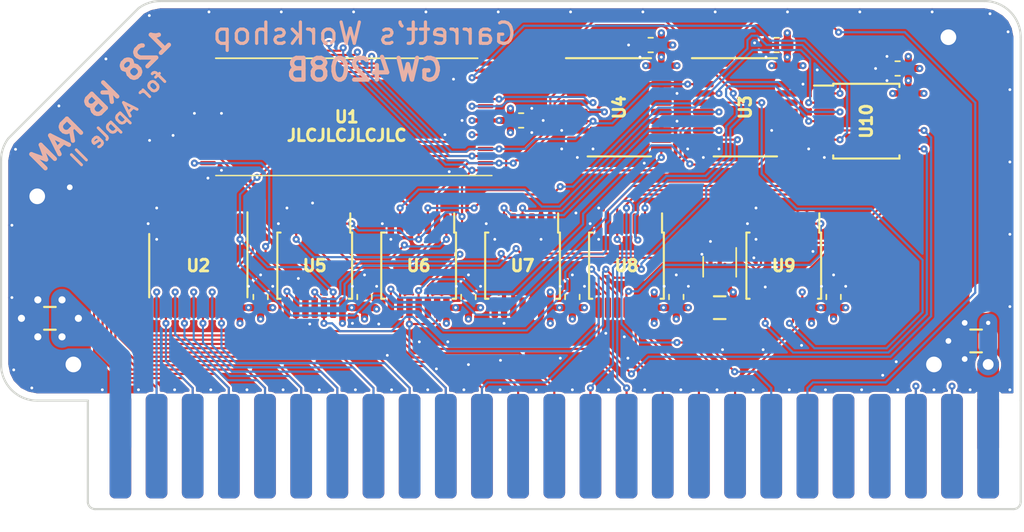
<source format=kicad_pcb>
(kicad_pcb (version 20171130) (host pcbnew "(5.1.5-0-10_14)")
  (layers (0 F.Cu signal) (1 In1.Cu power) (2 In2.Cu signal) (31 B.Cu power) (34 B.Paste user) (35 F.Paste user) (36 B.SilkS user) (37 F.SilkS user) (38 B.Mask user) (39 F.Mask user) (44 Edge.Cuts user))
  (net 0 "")
  (net 1 +5V)
  (net 2 GND)
  (net 3 /A4)
  (net 4 /D7)
  (net 5 /D6)
  (net 6 /A8)
  (net 7 /A7)
  (net 8 /A6)
  (net 9 /A5)
  (net 10 /A3)
  (net 11 /A2)
  (net 12 /A1)
  (net 13 /A0)
  (net 14 /A9)
  (net 15 /D1)
  (net 16 /D5)
  (net 17 /D0)
  (net 18 /D2)
  (net 19 /D3)
  (net 20 /D4)
  (net 21 /A10)
  (net 22 +12V)
  (net 23 -12V)
  (net 24 -5V)
  (net 25 /~IOSEL~)
  (net 26 /A11)
  (net 27 /A12)
  (net 28 /A13)
  (net 29 /A14)
  (net 30 /A15)
  (net 31 /~IOSTRB~)
  (net 32 /RDY)
  (net 33 /DMA)
  (net 34 /~NMI~)
  (net 35 /~IRQ~)
  (net 36 /~RES~)
  (net 37 /~INH~)
  (net 38 /COLORREF)
  (net 39 /7M)
  (net 40 /Q3)
  (net 41 /PHI1)
  (net 42 /USER1)
  (net 43 /PHI0)
  (net 44 /~DEVSEL~)
  (net 45 /INTin)
  (net 46 /DMAin)
  (net 47 /VIDSYNC)
  (net 48 /R~WE~)
  (net 49 /R~CS~)
  (net 50 /RA15)
  (net 51 /RA16)
  (net 52 /RA14)
  (net 53 /RA12)
  (net 54 /RD7)
  (net 55 /RD6)
  (net 56 /RD5)
  (net 57 /RD4)
  (net 58 /RD3)
  (net 59 /RD2)
  (net 60 /RD1)
  (net 61 /RD0)
  (net 62 /BankAB)
  (net 63 /ENWR1)
  (net 64 /ENRD)
  (net 65 /ENWR)
  (net 66 "Net-(U1-Pad9)")
  (net 67 /~DEV~andA2)
  (net 68 /ENWR1A0)
  (net 69 "Net-(U3-Pad12)")
  (net 70 /~DEV~and~A2~)
  (net 71 /~A0XOR1~)
  (net 72 "Net-(U5-Pad2)")
  (net 73 "Net-(U5-Pad4)")
  (net 74 "Net-(U5-Pad6)")
  (net 75 "Net-(U5-Pad8)")
  (net 76 /RCS)
  (net 77 "Net-(U5-Pad12)")
  (net 78 "Net-(U10-Pad1)")
  (net 79 "Net-(U10-Pad2)")
  (net 80 "Net-(U10-Pad4)")
  (net 81 "Net-(U10-Pad5)")
  (net 82 "Net-(U10-Pad10)")
  (net 83 "Net-(U8-Pad11)")
  (net 84 "Net-(U10-Pad9)")
  (net 85 "Net-(U9-Pad10)")
  (net 86 "Net-(U10-Pad8)")
  (net 87 /INHOE)
  (net 88 "Net-(U10-Pad11)")
  (net 89 "Net-(U3-Pad15)")
  (net 90 "Net-(U4-Pad15)")
  (net 91 "Net-(U3-Pad16)")
  (net 92 "Net-(U4-Pad16)")
  (net 93 "Net-(U4-Pad12)")
  (net 94 "Net-(U4-Pad9)")
  (net 95 "Net-(U3-Pad19)")
  (net 96 "Net-(U4-Pad19)")
  (net 97 "Net-(U7-Pad11)")
  (net 98 "Net-(U7-Pad8)")
  (net 99 "Net-(U7-Pad3)")
  (module stdpads:TSSOP-14_4.4x5mm_P0.65mm (layer F.Cu) (at 128.6 112.45 270)
    (fp_text reference U10)
    (fp_text value 74HCT32)
    (fp_text user %R (at 0 0 270) (layer F.SilkS) (effects (font (size 0.8128 0.8128) (thickness 0.2032))))
    (pad 14 smd roundrect (at -1.95 -2.95) (size 1.45 0.45) (layers F.Cu F.Paste F.Mask) (net 1 +5V))
    (pad 13 smd roundrect (at -1.3 -2.95) (size 1.45 0.45) (layers F.Cu F.Paste F.Mask) (net 27 /A12))
    (pad 12 smd roundrect (at -0.65 -2.95) (size 1.45 0.45) (layers F.Cu F.Paste F.Mask) (net 28 /A13))
    (pad 11 smd roundrect (at 0 -2.95) (size 1.45 0.45) (layers F.Cu F.Paste F.Mask) (net 88 "Net-(U10-Pad11)"))
    (pad 10 smd roundrect (at 0.65 -2.95) (size 1.45 0.45) (layers F.Cu F.Paste F.Mask) (net 82 "Net-(U10-Pad10)"))
    (pad 9 smd roundrect (at 1.3 -2.95) (size 1.45 0.45) (layers F.Cu F.Paste F.Mask) (net 84 "Net-(U10-Pad9)"))
    (pad 8 smd roundrect (at 1.95 -2.95) (size 1.45 0.45) (layers F.Cu F.Paste F.Mask) (net 86 "Net-(U10-Pad8)"))
    (pad 7 smd roundrect (at 1.95 2.95) (size 1.45 0.45) (layers F.Cu F.Paste F.Mask) (net 2 GND))
    (pad 6 smd roundrect (at 1.3 2.95) (size 1.45 0.45) (layers F.Cu F.Paste F.Mask) (net 53 /RA12))
    (pad 5 smd roundrect (at 0.65 2.95) (size 1.45 0.45) (layers F.Cu F.Paste F.Mask) (net 81 "Net-(U10-Pad5)"))
    (pad 4 smd roundrect (at 0 2.95) (size 1.45 0.45) (layers F.Cu F.Paste F.Mask) (net 80 "Net-(U10-Pad4)"))
    (pad 3 smd roundrect (at -0.65 2.95) (size 1.45 0.45) (layers F.Cu F.Paste F.Mask) (net 71 /~A0XOR1~))
    (pad 2 smd roundrect (at -1.3 2.95) (size 1.45 0.45) (layers F.Cu F.Paste F.Mask) (net 79 "Net-(U10-Pad2)"))
    (pad 1 smd roundrect (at -1.95 2.95) (size 1.45 0.45) (layers F.Cu F.Paste F.Mask) (net 78 "Net-(U10-Pad1)"))
  )
  (module stdpads:TSSOP-14_4.4x5mm_P0.65mm (layer F.Cu) (at 97.15 122.6 180)
    (fp_text reference U6)
    (fp_text value 74HCT08)
    (fp_text user %R (at 0 0 180) (layer F.SilkS) (effects (font (size 0.8128 0.8128) (thickness 0.2032))))
    (pad 1 smd roundrect (at -1.95 2.95 270) (size 1.45 0.45) (layers F.Cu F.Paste F.Mask) (net 72 "Net-(U5-Pad2)"))
    (pad 2 smd roundrect (at -1.3 2.95 270) (size 1.45 0.45) (layers F.Cu F.Paste F.Mask) (net 12 /A1))
    (pad 3 smd roundrect (at -0.65 2.95 270) (size 1.45 0.45) (layers F.Cu F.Paste F.Mask) (net 78 "Net-(U10-Pad1)"))
    (pad 4 smd roundrect (at 0 2.95 270) (size 1.45 0.45) (layers F.Cu F.Paste F.Mask) (net 13 /A0))
    (pad 5 smd roundrect (at 0.65 2.95 270) (size 1.45 0.45) (layers F.Cu F.Paste F.Mask) (net 73 "Net-(U5-Pad4)"))
    (pad 6 smd roundrect (at 1.3 2.95 270) (size 1.45 0.45) (layers F.Cu F.Paste F.Mask) (net 79 "Net-(U10-Pad2)"))
    (pad 7 smd roundrect (at 1.95 2.95 270) (size 1.45 0.45) (layers F.Cu F.Paste F.Mask) (net 2 GND))
    (pad 8 smd roundrect (at 1.95 -2.95 270) (size 1.45 0.45) (layers F.Cu F.Paste F.Mask) (net 67 /~DEV~andA2))
    (pad 9 smd roundrect (at 1.3 -2.95 270) (size 1.45 0.45) (layers F.Cu F.Paste F.Mask) (net 11 /A2))
    (pad 10 smd roundrect (at 0.65 -2.95 270) (size 1.45 0.45) (layers F.Cu F.Paste F.Mask) (net 44 /~DEVSEL~))
    (pad 11 smd roundrect (at 0 -2.95 270) (size 1.45 0.45) (layers F.Cu F.Paste F.Mask) (net 70 /~DEV~and~A2~))
    (pad 12 smd roundrect (at -0.65 -2.95 270) (size 1.45 0.45) (layers F.Cu F.Paste F.Mask) (net 74 "Net-(U5-Pad6)"))
    (pad 13 smd roundrect (at -1.3 -2.95 270) (size 1.45 0.45) (layers F.Cu F.Paste F.Mask) (net 44 /~DEVSEL~))
    (pad 14 smd roundrect (at -1.95 -2.95 270) (size 1.45 0.45) (layers F.Cu F.Paste F.Mask) (net 1 +5V))
  )
  (module stdpads:C_0603 (layer F.Cu) (at 107.95 124.8 90)
    (fp_text reference C7)
    (fp_text value 2u2)
    (pad 1 smd roundrect (at -0.75 0 90) (size 0.85 0.95) (layers F.Cu F.Paste F.Mask) (net 1 +5V))
    (pad 2 smd roundrect (at 0.75 0 90) (size 0.85 0.95) (layers F.Cu F.Paste F.Mask) (net 2 GND))
  )
  (module stdpads:TSOP-I-32_18.4x8mm_P0.5mm (layer F.Cu) (at 92.1 112.15 180)
    (fp_text reference U1)
    (fp_text value 621024)
    (fp_text user %R (at 0 0) (layer F.SilkS) (effects (font (size 0.8128 0.8128) (thickness 0.2032))))
    (pad 32 smd roundrect (at 9.75 -3.75 180) (size 1.1 0.3) (layers F.Cu F.Paste F.Mask) (net 2 GND))
    (pad 31 smd roundrect (at 9.75 -3.25 180) (size 1.1 0.3) (layers F.Cu F.Paste F.Mask) (net 28 /A13))
    (pad 30 smd roundrect (at 9.75 -2.75 180) (size 1.1 0.3) (layers F.Cu F.Paste F.Mask) (net 49 /R~CS~))
    (pad 29 smd roundrect (at 9.75 -2.25 180) (size 1.1 0.3) (layers F.Cu F.Paste F.Mask) (net 58 /RD3))
    (pad 28 smd roundrect (at 9.75 -1.75 180) (size 1.1 0.3) (layers F.Cu F.Paste F.Mask) (net 59 /RD2))
    (pad 27 smd roundrect (at 9.75 -1.25 180) (size 1.1 0.3) (layers F.Cu F.Paste F.Mask) (net 60 /RD1))
    (pad 26 smd roundrect (at 9.75 -0.75 180) (size 1.1 0.3) (layers F.Cu F.Paste F.Mask) (net 61 /RD0))
    (pad 25 smd roundrect (at 9.75 -0.25 180) (size 1.1 0.3) (layers F.Cu F.Paste F.Mask) (net 54 /RD7))
    (pad 24 smd roundrect (at 9.75 0.25 180) (size 1.1 0.3) (layers F.Cu F.Paste F.Mask) (net 2 GND))
    (pad 23 smd roundrect (at 9.75 0.75 180) (size 1.1 0.3) (layers F.Cu F.Paste F.Mask) (net 55 /RD6))
    (pad 22 smd roundrect (at 9.75 1.25 180) (size 1.1 0.3) (layers F.Cu F.Paste F.Mask) (net 56 /RD5))
    (pad 21 smd roundrect (at 9.75 1.75 180) (size 1.1 0.3) (layers F.Cu F.Paste F.Mask) (net 57 /RD4))
    (pad 20 smd roundrect (at 9.75 2.25 180) (size 1.1 0.3) (layers F.Cu F.Paste F.Mask) (net 26 /A11))
    (pad 19 smd roundrect (at 9.75 2.75 180) (size 1.1 0.3) (layers F.Cu F.Paste F.Mask) (net 21 /A10))
    (pad 18 smd roundrect (at 9.75 3.25 180) (size 1.1 0.3) (layers F.Cu F.Paste F.Mask) (net 14 /A9))
    (pad 16 smd roundrect (at -9.75 3.75 180) (size 1.1 0.3) (layers F.Cu F.Paste F.Mask) (net 3 /A4))
    (pad 15 smd roundrect (at -9.75 3.25 180) (size 1.1 0.3) (layers F.Cu F.Paste F.Mask) (net 9 /A5))
    (pad 14 smd roundrect (at -9.75 2.75 180) (size 1.1 0.3) (layers F.Cu F.Paste F.Mask) (net 53 /RA12))
    (pad 13 smd roundrect (at -9.75 2.25 180) (size 1.1 0.3) (layers F.Cu F.Paste F.Mask) (net 8 /A6))
    (pad 12 smd roundrect (at -9.75 1.75 180) (size 1.1 0.3) (layers F.Cu F.Paste F.Mask) (net 52 /RA14))
    (pad 11 smd roundrect (at -9.75 1.25 180) (size 1.1 0.3) (layers F.Cu F.Paste F.Mask) (net 50 /RA15))
    (pad 10 smd roundrect (at -9.75 0.75 180) (size 1.1 0.3) (layers F.Cu F.Paste F.Mask) (net 51 /RA16))
    (pad 9 smd roundrect (at -9.75 0.25 180) (size 1.1 0.3) (layers F.Cu F.Paste F.Mask) (net 66 "Net-(U1-Pad9)"))
    (pad 8 smd roundrect (at -9.75 -0.25 180) (size 1.1 0.3) (layers F.Cu F.Paste F.Mask) (net 1 +5V))
    (pad 7 smd roundrect (at -9.75 -0.75 180) (size 1.1 0.3) (layers F.Cu F.Paste F.Mask) (net 7 /A7))
    (pad 6 smd roundrect (at -9.75 -1.25 180) (size 1.1 0.3) (layers F.Cu F.Paste F.Mask) (net 1 +5V))
    (pad 5 smd roundrect (at -9.75 -1.75 180) (size 1.1 0.3) (layers F.Cu F.Paste F.Mask) (net 48 /R~WE~))
    (pad 4 smd roundrect (at -9.75 -2.25 180) (size 1.1 0.3) (layers F.Cu F.Paste F.Mask) (net 10 /A3))
    (pad 3 smd roundrect (at -9.75 -2.75 180) (size 1.1 0.3) (layers F.Cu F.Paste F.Mask) (net 11 /A2))
    (pad 2 smd roundrect (at -9.75 -3.25 180) (size 1.1 0.3) (layers F.Cu F.Paste F.Mask) (net 12 /A1))
    (pad 17 smd roundrect (at 9.75 3.75 180) (size 1.1 0.3) (layers F.Cu F.Paste F.Mask) (net 6 /A8))
    (pad 1 smd roundrect (at -9.75 -3.75 180) (size 1.1 0.3) (layers F.Cu F.Paste F.Mask) (net 13 /A0))
  )
  (module stdpads:C_0603 (layer F.Cu) (at 86.05 124.8 90)
    (fp_text reference C2)
    (fp_text value 2u2)
    (pad 2 smd roundrect (at 0.75 0 90) (size 0.85 0.95) (layers F.Cu F.Paste F.Mask) (net 2 GND))
    (pad 1 smd roundrect (at -0.75 0 90) (size 0.85 0.95) (layers F.Cu F.Paste F.Mask) (net 1 +5V))
  )
  (module stdpads:C_0603 (layer F.Cu) (at 126.3 124.8 90)
    (fp_text reference C9)
    (fp_text value 2u2)
    (pad 1 smd roundrect (at -0.75 0 90) (size 0.85 0.95) (layers F.Cu F.Paste F.Mask) (net 1 +5V))
    (pad 2 smd roundrect (at 0.75 0 90) (size 0.85 0.95) (layers F.Cu F.Paste F.Mask) (net 2 GND))
  )
  (module stdpads:C_0603 (layer F.Cu) (at 115.25 124.8 90)
    (fp_text reference C8)
    (fp_text value 2u2)
    (pad 2 smd roundrect (at 0.75 0 90) (size 0.85 0.95) (layers F.Cu F.Paste F.Mask) (net 2 GND))
    (pad 1 smd roundrect (at -0.75 0 90) (size 0.85 0.95) (layers F.Cu F.Paste F.Mask) (net 1 +5V))
  )
  (module stdpads:R_0805 (layer F.Cu) (at 118.3 125.55 180)
    (fp_text reference R1 hide)
    (fp_text value 3k3 hide)
    (pad 1 smd roundrect (at -0.95 0 180) (size 0.85 1.4) (layers F.Cu F.Paste F.Mask) (net 1 +5V))
    (pad 2 smd roundrect (at 0.95 0 180) (size 0.85 1.4) (layers F.Cu F.Paste F.Mask) (net 37 /~INH~))
  )
  (module stdpads:C_0603 (layer F.Cu) (at 93.35 124.8 90)
    (fp_text reference C5)
    (fp_text value 2u2)
    (pad 1 smd roundrect (at -0.75 0 90) (size 0.85 0.95) (layers F.Cu F.Paste F.Mask) (net 1 +5V))
    (pad 2 smd roundrect (at 0.75 0 90) (size 0.85 0.95) (layers F.Cu F.Paste F.Mask) (net 2 GND))
  )
  (module stdpads:AppleIIBus_Edge (layer F.Cu) (at 106.68 135.382)
    (fp_text reference J1 hide)
    (fp_text value AppleIIBus)
    (pad 26 smd roundrect (at 30.48 -0.1 180) (size 1.524 7.34) (layers B.Cu B.Mask) (net 2 GND))
    (pad 27 smd roundrect (at 27.94 -0.1 180) (size 1.524 7.34) (layers B.Cu B.Mask) (net 46 /DMAin))
    (pad 28 smd roundrect (at 25.4 -0.1 180) (size 1.524 7.34) (layers B.Cu B.Mask) (net 45 /INTin))
    (pad 50 smd roundrect (at -30.48 -0.1 180) (size 1.524 7.34) (layers B.Cu B.Mask) (net 22 +12V))
    (pad 49 smd roundrect (at -27.94 -0.1 180) (size 1.524 7.34) (layers B.Cu B.Mask) (net 17 /D0))
    (pad 48 smd roundrect (at -25.4 -0.1 180) (size 1.524 7.34) (layers B.Cu B.Mask) (net 15 /D1))
    (pad 47 smd roundrect (at -22.86 -0.1 180) (size 1.524 7.34) (layers B.Cu B.Mask) (net 18 /D2))
    (pad 46 smd roundrect (at -20.32 -0.1 180) (size 1.524 7.34) (layers B.Cu B.Mask) (net 19 /D3))
    (pad 45 smd roundrect (at -17.78 -0.1 180) (size 1.524 7.34) (layers B.Cu B.Mask) (net 20 /D4))
    (pad 44 smd roundrect (at -15.24 -0.1 180) (size 1.524 7.34) (layers B.Cu B.Mask) (net 16 /D5))
    (pad 43 smd roundrect (at -12.7 -0.1 180) (size 1.524 7.34) (layers B.Cu B.Mask) (net 5 /D6))
    (pad 42 smd roundrect (at -10.16 -0.1 180) (size 1.524 7.34) (layers B.Cu B.Mask) (net 4 /D7))
    (pad 41 smd roundrect (at -7.62 -0.1 180) (size 1.524 7.34) (layers B.Cu B.Mask) (net 44 /~DEVSEL~))
    (pad 40 smd roundrect (at -5.08 -0.1 180) (size 1.524 7.34) (layers B.Cu B.Mask) (net 43 /PHI0))
    (pad 39 smd roundrect (at -2.54 -0.1 180) (size 1.524 7.34) (layers B.Cu B.Mask) (net 42 /USER1))
    (pad 38 smd roundrect (at 0 -0.1 180) (size 1.524 7.34) (layers B.Cu B.Mask) (net 41 /PHI1))
    (pad 37 smd roundrect (at 2.54 -0.1 180) (size 1.524 7.34) (layers B.Cu B.Mask) (net 40 /Q3))
    (pad 36 smd roundrect (at 5.08 -0.1 180) (size 1.524 7.34) (layers B.Cu B.Mask) (net 39 /7M))
    (pad 35 smd roundrect (at 7.62 -0.1 180) (size 1.524 7.34) (layers B.Cu B.Mask) (net 38 /COLORREF))
    (pad 34 smd roundrect (at 10.16 -0.1 180) (size 1.524 7.34) (layers B.Cu B.Mask) (net 24 -5V))
    (pad 33 smd roundrect (at 12.7 -0.1 180) (size 1.524 7.34) (layers B.Cu B.Mask) (net 23 -12V))
    (pad 32 smd roundrect (at 15.24 -0.1 180) (size 1.524 7.34) (layers B.Cu B.Mask) (net 37 /~INH~))
    (pad 31 smd roundrect (at 17.78 -0.1 180) (size 1.524 7.34) (layers B.Cu B.Mask) (net 36 /~RES~))
    (pad 30 smd roundrect (at 20.32 -0.1 180) (size 1.524 7.34) (layers B.Cu B.Mask) (net 35 /~IRQ~))
    (pad 29 smd roundrect (at 22.86 -0.1 180) (size 1.524 7.34) (layers B.Cu B.Mask) (net 34 /~NMI~))
    (pad 25 smd roundrect (at 30.48 -0.1 180) (size 1.524 7.34) (layers F.Cu F.Mask) (net 1 +5V))
    (pad 24 smd roundrect (at 27.94 -0.1 180) (size 1.524 7.34) (layers F.Cu F.Mask) (net 46 /DMAin))
    (pad 23 smd roundrect (at 25.4 -0.1 180) (size 1.524 7.34) (layers F.Cu F.Mask) (net 45 /INTin))
    (pad 22 smd roundrect (at 22.86 -0.1 180) (size 1.524 7.34) (layers F.Cu F.Mask) (net 33 /DMA))
    (pad 21 smd roundrect (at 20.32 -0.1 180) (size 1.524 7.34) (layers F.Cu F.Mask) (net 32 /RDY))
    (pad 20 smd roundrect (at 17.78 -0.1 180) (size 1.524 7.34) (layers F.Cu F.Mask) (net 31 /~IOSTRB~))
    (pad 19 smd roundrect (at 15.24 -0.1 180) (size 1.524 7.34) (layers F.Cu F.Mask) (net 47 /VIDSYNC))
    (pad 18 smd roundrect (at 12.7 -0.1 180) (size 1.524 7.34) (layers F.Cu F.Mask) (net 48 /R~WE~))
    (pad 17 smd roundrect (at 10.16 -0.1 180) (size 1.524 7.34) (layers F.Cu F.Mask) (net 30 /A15))
    (pad 16 smd roundrect (at 7.62 -0.1 180) (size 1.524 7.34) (layers F.Cu F.Mask) (net 29 /A14))
    (pad 15 smd roundrect (at 5.08 -0.1 180) (size 1.524 7.34) (layers F.Cu F.Mask) (net 28 /A13))
    (pad 14 smd roundrect (at 2.54 -0.1 180) (size 1.524 7.34) (layers F.Cu F.Mask) (net 27 /A12))
    (pad 13 smd roundrect (at 0 -0.1 180) (size 1.524 7.34) (layers F.Cu F.Mask) (net 26 /A11))
    (pad 12 smd roundrect (at -2.54 -0.1 180) (size 1.524 7.34) (layers F.Cu F.Mask) (net 21 /A10))
    (pad 11 smd roundrect (at -5.08 -0.1 180) (size 1.524 7.34) (layers F.Cu F.Mask) (net 14 /A9))
    (pad 10 smd roundrect (at -7.62 -0.1 180) (size 1.524 7.34) (layers F.Cu F.Mask) (net 6 /A8))
    (pad 9 smd roundrect (at -10.16 -0.1 180) (size 1.524 7.34) (layers F.Cu F.Mask) (net 7 /A7))
    (pad 8 smd roundrect (at -12.7 -0.1 180) (size 1.524 7.34) (layers F.Cu F.Mask) (net 8 /A6))
    (pad 7 smd roundrect (at -15.24 -0.1 180) (size 1.524 7.34) (layers F.Cu F.Mask) (net 9 /A5))
    (pad 6 smd roundrect (at -17.78 -0.1 180) (size 1.524 7.34) (layers F.Cu F.Mask) (net 3 /A4))
    (pad 5 smd roundrect (at -20.32 -0.1 180) (size 1.524 7.34) (layers F.Cu F.Mask) (net 10 /A3))
    (pad 4 smd roundrect (at -22.86 -0.1 180) (size 1.524 7.34) (layers F.Cu F.Mask) (net 11 /A2))
    (pad 3 smd roundrect (at -25.4 -0.1 180) (size 1.524 7.34) (layers F.Cu F.Mask) (net 12 /A1))
    (pad 2 smd roundrect (at -27.94 -0.1 180) (size 1.524 7.34) (layers F.Cu F.Mask) (net 13 /A0))
    (pad 1 smd roundrect (at -30.48 -0.1 180) (size 1.524 7.34) (layers F.Cu F.Mask) (net 25 /~IOSEL~))
  )
  (module stdpads:Fiducial (layer F.Cu) (at 70.358 115.189 90)
    (fp_text reference FID2 hide)
    (fp_text value Fiducial hide)
    (pad ~ smd circle (at 0 0 90) (size 1 1) (layers F.Cu F.Mask) (clearance 0.575))
  )
  (module stdpads:Fiducial (layer F.Cu) (at 136.906 106.553 270)
    (fp_text reference FID3 hide)
    (fp_text value Fiducial hide)
    (pad ~ smd circle (at 0 0 270) (size 1 1) (layers F.Cu F.Mask) (clearance 0.575))
  )
  (module stdpads:Fiducial (layer F.Cu) (at 70.358 129.54)
    (fp_text reference FID1 hide)
    (fp_text value Fiducial hide)
    (pad ~ smd circle (at 0 0) (size 1 1) (layers F.Cu F.Mask) (clearance 0.575))
  )
  (module stdpads:Fiducial (layer F.Cu) (at 136.906 124.841)
    (fp_text reference FID4 hide)
    (fp_text value Fiducial hide)
    (pad ~ smd circle (at 0 0) (size 1 1) (layers F.Cu F.Mask) (clearance 0.575))
  )
  (module stdpads:PasteHole_1.1mm_PTH (layer F.Cu) (at 70.358 117.729 90)
    (fp_text reference H2 hide)
    (fp_text value " " hide)
    (pad 1 thru_hole circle (at 0 0 90) (size 2 2) (drill 1.1) (layers *.Cu *.Mask) (net 2 GND))
  )
  (module stdpads:PasteHole_1.1mm_PTH (layer F.Cu) (at 134.366 106.553 270)
    (fp_text reference H3 hide)
    (fp_text value " " hide)
    (pad 1 thru_hole circle (at 0 0 270) (size 2 2) (drill 1.1) (layers *.Cu *.Mask) (net 2 GND))
  )
  (module stdpads:PasteHole_1.1mm_PTH (layer F.Cu) (at 133.35 129.54)
    (fp_text reference H4 hide)
    (fp_text value " " hide)
    (pad 1 thru_hole circle (at 0 0) (size 2 2) (drill 1.1) (layers *.Cu *.Mask) (net 2 GND))
  )
  (module stdpads:PasteHole_1.1mm_PTH (layer F.Cu) (at 72.898 129.54)
    (fp_text reference H1 hide)
    (fp_text value " " hide)
    (pad 1 thru_hole circle (at 0 0) (size 2 2) (drill 1.1) (layers *.Cu *.Mask) (net 2 GND))
  )
  (module stdpads:C_0805 (layer F.Cu) (at 136.31 127.889 180)
    (fp_text reference C11 hide)
    (fp_text value 10u hide)
    (pad 1 smd roundrect (at -0.85 0 180) (size 1.05 1.4) (layers F.Cu F.Paste F.Mask) (net 1 +5V))
    (pad 2 smd roundrect (at 0.85 0 180) (size 1.05 1.4) (layers F.Cu F.Paste F.Mask) (net 2 GND))
  )
  (module stdpads:TSSOP-20_4.4x6.5mm_P0.65mm (layer F.Cu) (at 81.675 122.6 180)
    (fp_text reference U2)
    (fp_text value 74HCT245)
    (fp_text user %R (at 0 0) (layer F.SilkS) (effects (font (size 0.8128 0.8128) (thickness 0.2032))))
    (pad 1 smd roundrect (at -2.925 2.95 270) (size 1.45 0.45) (layers F.Cu F.Paste F.Mask) (net 48 /R~WE~))
    (pad 2 smd roundrect (at -2.275 2.95 270) (size 1.45 0.45) (layers F.Cu F.Paste F.Mask) (net 58 /RD3))
    (pad 3 smd roundrect (at -1.625 2.95 270) (size 1.45 0.45) (layers F.Cu F.Paste F.Mask) (net 59 /RD2))
    (pad 4 smd roundrect (at -0.975 2.95 270) (size 1.45 0.45) (layers F.Cu F.Paste F.Mask) (net 60 /RD1))
    (pad 5 smd roundrect (at -0.325 2.95 270) (size 1.45 0.45) (layers F.Cu F.Paste F.Mask) (net 61 /RD0))
    (pad 6 smd roundrect (at 0.325 2.95 270) (size 1.45 0.45) (layers F.Cu F.Paste F.Mask) (net 54 /RD7))
    (pad 7 smd roundrect (at 0.975 2.95 270) (size 1.45 0.45) (layers F.Cu F.Paste F.Mask) (net 55 /RD6))
    (pad 8 smd roundrect (at 1.625 2.95 270) (size 1.45 0.45) (layers F.Cu F.Paste F.Mask) (net 56 /RD5))
    (pad 9 smd roundrect (at 2.275 2.95 270) (size 1.45 0.45) (layers F.Cu F.Paste F.Mask) (net 57 /RD4))
    (pad 10 smd roundrect (at 2.925 2.95 270) (size 1.45 0.45) (layers F.Cu F.Paste F.Mask) (net 2 GND))
    (pad 11 smd roundrect (at 2.925 -2.95 270) (size 1.45 0.45) (layers F.Cu F.Paste F.Mask) (net 17 /D0))
    (pad 12 smd roundrect (at 2.275 -2.95 270) (size 1.45 0.45) (layers F.Cu F.Paste F.Mask) (net 15 /D1))
    (pad 13 smd roundrect (at 1.625 -2.95 270) (size 1.45 0.45) (layers F.Cu F.Paste F.Mask) (net 18 /D2))
    (pad 14 smd roundrect (at 0.975 -2.95 270) (size 1.45 0.45) (layers F.Cu F.Paste F.Mask) (net 19 /D3))
    (pad 15 smd roundrect (at 0.325 -2.95 270) (size 1.45 0.45) (layers F.Cu F.Paste F.Mask) (net 20 /D4))
    (pad 16 smd roundrect (at -0.325 -2.95 270) (size 1.45 0.45) (layers F.Cu F.Paste F.Mask) (net 16 /D5))
    (pad 17 smd roundrect (at -0.975 -2.95 270) (size 1.45 0.45) (layers F.Cu F.Paste F.Mask) (net 5 /D6))
    (pad 18 smd roundrect (at -1.625 -2.95 270) (size 1.45 0.45) (layers F.Cu F.Paste F.Mask) (net 4 /D7))
    (pad 19 smd roundrect (at -2.275 -2.95 270) (size 1.45 0.45) (layers F.Cu F.Paste F.Mask) (net 49 /R~CS~))
    (pad 20 smd roundrect (at -2.925 -2.95 270) (size 1.45 0.45) (layers F.Cu F.Paste F.Mask) (net 1 +5V))
  )
  (module stdpads:TSSOP-14_4.4x5mm_P0.65mm (layer F.Cu) (at 122.8 122.6 180)
    (fp_text reference U9)
    (fp_text value 74HCT08)
    (fp_text user %R (at 0 0 180) (layer F.SilkS) (effects (font (size 0.8128 0.8128) (thickness 0.2032))))
    (pad 1 smd roundrect (at -1.95 2.95 270) (size 1.45 0.45) (layers F.Cu F.Paste F.Mask) (net 83 "Net-(U8-Pad11)"))
    (pad 2 smd roundrect (at -1.3 2.95 270) (size 1.45 0.45) (layers F.Cu F.Paste F.Mask) (net 88 "Net-(U10-Pad11)"))
    (pad 3 smd roundrect (at -0.65 2.95 270) (size 1.45 0.45) (layers F.Cu F.Paste F.Mask) (net 85 "Net-(U9-Pad10)"))
    (pad 4 smd roundrect (at 0 2.95 270) (size 1.45 0.45) (layers F.Cu F.Paste F.Mask) (net 87 /INHOE))
    (pad 5 smd roundrect (at 0.65 2.95 270) (size 1.45 0.45) (layers F.Cu F.Paste F.Mask) (net 43 /PHI0))
    (pad 6 smd roundrect (at 1.3 2.95 270) (size 1.45 0.45) (layers F.Cu F.Paste F.Mask) (net 76 /RCS))
    (pad 7 smd roundrect (at 1.95 2.95 270) (size 1.45 0.45) (layers F.Cu F.Paste F.Mask) (net 2 GND))
    (pad 8 smd roundrect (at 1.95 -2.95 270) (size 1.45 0.45) (layers F.Cu F.Paste F.Mask) (net 87 /INHOE))
    (pad 9 smd roundrect (at 1.3 -2.95 270) (size 1.45 0.45) (layers F.Cu F.Paste F.Mask) (net 86 "Net-(U10-Pad8)"))
    (pad 10 smd roundrect (at 0.65 -2.95 270) (size 1.45 0.45) (layers F.Cu F.Paste F.Mask) (net 85 "Net-(U9-Pad10)"))
    (pad 11 smd roundrect (at 0 -2.95 270) (size 1.45 0.45) (layers F.Cu F.Paste F.Mask) (net 84 "Net-(U10-Pad9)"))
    (pad 12 smd roundrect (at -0.65 -2.95 270) (size 1.45 0.45) (layers F.Cu F.Paste F.Mask) (net 64 /ENRD))
    (pad 13 smd roundrect (at -1.3 -2.95 270) (size 1.45 0.45) (layers F.Cu F.Paste F.Mask) (net 48 /R~WE~))
    (pad 14 smd roundrect (at -1.95 -2.95 270) (size 1.45 0.45) (layers F.Cu F.Paste F.Mask) (net 1 +5V))
  )
  (module stdpads:TSSOP-14_4.4x5mm_P0.65mm (layer F.Cu) (at 111.75 122.6 180)
    (fp_text reference U8)
    (fp_text value 74HCT08)
    (fp_text user %R (at 0 0 180) (layer F.SilkS) (effects (font (size 0.8128 0.8128) (thickness 0.2032))))
    (pad 1 smd roundrect (at -1.95 2.95 270) (size 1.45 0.45) (layers F.Cu F.Paste F.Mask) (net 75 "Net-(U5-Pad8)"))
    (pad 2 smd roundrect (at -1.3 2.95 270) (size 1.45 0.45) (layers F.Cu F.Paste F.Mask) (net 62 /BankAB))
    (pad 3 smd roundrect (at -0.65 2.95 270) (size 1.45 0.45) (layers F.Cu F.Paste F.Mask) (net 80 "Net-(U10-Pad4)"))
    (pad 4 smd roundrect (at 0 2.95 270) (size 1.45 0.45) (layers F.Cu F.Paste F.Mask) (net 28 /A13))
    (pad 5 smd roundrect (at 0.65 2.95 270) (size 1.45 0.45) (layers F.Cu F.Paste F.Mask) (net 27 /A12))
    (pad 6 smd roundrect (at 1.3 2.95 270) (size 1.45 0.45) (layers F.Cu F.Paste F.Mask) (net 81 "Net-(U10-Pad5)"))
    (pad 7 smd roundrect (at 1.95 2.95 270) (size 1.45 0.45) (layers F.Cu F.Paste F.Mask) (net 2 GND))
    (pad 8 smd roundrect (at 1.95 -2.95 270) (size 1.45 0.45) (layers F.Cu F.Paste F.Mask) (net 82 "Net-(U10-Pad10)"))
    (pad 9 smd roundrect (at 1.3 -2.95 270) (size 1.45 0.45) (layers F.Cu F.Paste F.Mask) (net 65 /ENWR))
    (pad 10 smd roundrect (at 0.65 -2.95 270) (size 1.45 0.45) (layers F.Cu F.Paste F.Mask) (net 77 "Net-(U5-Pad12)"))
    (pad 11 smd roundrect (at 0 -2.95 270) (size 1.45 0.45) (layers F.Cu F.Paste F.Mask) (net 83 "Net-(U8-Pad11)"))
    (pad 12 smd roundrect (at -0.65 -2.95 270) (size 1.45 0.45) (layers F.Cu F.Paste F.Mask) (net 29 /A14))
    (pad 13 smd roundrect (at -1.3 -2.95 270) (size 1.45 0.45) (layers F.Cu F.Paste F.Mask) (net 30 /A15))
    (pad 14 smd roundrect (at -1.95 -2.95 270) (size 1.45 0.45) (layers F.Cu F.Paste F.Mask) (net 1 +5V))
  )
  (module stdpads:TSSOP-14_4.4x5mm_P0.65mm (layer F.Cu) (at 104.45 122.6 180)
    (fp_text reference U7)
    (fp_text value 74HCT08)
    (fp_text user %R (at 0 0 180) (layer F.SilkS) (effects (font (size 0.8128 0.8128) (thickness 0.2032))))
    (pad 14 smd roundrect (at -1.95 -2.95 270) (size 1.45 0.45) (layers F.Cu F.Paste F.Mask) (net 1 +5V))
    (pad 13 smd roundrect (at -1.3 -2.95 270) (size 1.45 0.45) (layers F.Cu F.Paste F.Mask) (net 2 GND))
    (pad 12 smd roundrect (at -0.65 -2.95 270) (size 1.45 0.45) (layers F.Cu F.Paste F.Mask) (net 2 GND))
    (pad 11 smd roundrect (at 0 -2.95 270) (size 1.45 0.45) (layers F.Cu F.Paste F.Mask) (net 97 "Net-(U7-Pad11)"))
    (pad 10 smd roundrect (at 0.65 -2.95 270) (size 1.45 0.45) (layers F.Cu F.Paste F.Mask) (net 2 GND))
    (pad 9 smd roundrect (at 1.3 -2.95 270) (size 1.45 0.45) (layers F.Cu F.Paste F.Mask) (net 2 GND))
    (pad 8 smd roundrect (at 1.95 -2.95 270) (size 1.45 0.45) (layers F.Cu F.Paste F.Mask) (net 98 "Net-(U7-Pad8)"))
    (pad 7 smd roundrect (at 1.95 2.95 270) (size 1.45 0.45) (layers F.Cu F.Paste F.Mask) (net 2 GND))
    (pad 6 smd roundrect (at 1.3 2.95 270) (size 1.45 0.45) (layers F.Cu F.Paste F.Mask) (net 68 /ENWR1A0))
    (pad 5 smd roundrect (at 0.65 2.95 270) (size 1.45 0.45) (layers F.Cu F.Paste F.Mask) (net 13 /A0))
    (pad 4 smd roundrect (at 0 2.95 270) (size 1.45 0.45) (layers F.Cu F.Paste F.Mask) (net 63 /ENWR1))
    (pad 3 smd roundrect (at -0.65 2.95 270) (size 1.45 0.45) (layers F.Cu F.Paste F.Mask) (net 99 "Net-(U7-Pad3)"))
    (pad 2 smd roundrect (at -1.3 2.95 270) (size 1.45 0.45) (layers F.Cu F.Paste F.Mask) (net 2 GND))
    (pad 1 smd roundrect (at -1.95 2.95 270) (size 1.45 0.45) (layers F.Cu F.Paste F.Mask) (net 2 GND))
  )
  (module stdpads:TSSOP-14_4.4x5mm_P0.65mm (layer F.Cu) (at 89.85 122.6 180)
    (fp_text reference U5)
    (fp_text value 74HCT04)
    (fp_text user %R (at 0 0 180) (layer F.SilkS) (effects (font (size 0.8128 0.8128) (thickness 0.2032))))
    (pad 14 smd roundrect (at -1.95 -2.95 270) (size 1.45 0.45) (layers F.Cu F.Paste F.Mask) (net 1 +5V))
    (pad 13 smd roundrect (at -1.3 -2.95 270) (size 1.45 0.45) (layers F.Cu F.Paste F.Mask) (net 48 /R~WE~))
    (pad 12 smd roundrect (at -0.65 -2.95 270) (size 1.45 0.45) (layers F.Cu F.Paste F.Mask) (net 77 "Net-(U5-Pad12)"))
    (pad 11 smd roundrect (at 0 -2.95 270) (size 1.45 0.45) (layers F.Cu F.Paste F.Mask) (net 76 /RCS))
    (pad 10 smd roundrect (at 0.65 -2.95 270) (size 1.45 0.45) (layers F.Cu F.Paste F.Mask) (net 49 /R~CS~))
    (pad 9 smd roundrect (at 1.3 -2.95 270) (size 1.45 0.45) (layers F.Cu F.Paste F.Mask) (net 28 /A13))
    (pad 8 smd roundrect (at 1.95 -2.95 270) (size 1.45 0.45) (layers F.Cu F.Paste F.Mask) (net 75 "Net-(U5-Pad8)"))
    (pad 7 smd roundrect (at 1.95 2.95 270) (size 1.45 0.45) (layers F.Cu F.Paste F.Mask) (net 2 GND))
    (pad 6 smd roundrect (at 1.3 2.95 270) (size 1.45 0.45) (layers F.Cu F.Paste F.Mask) (net 74 "Net-(U5-Pad6)"))
    (pad 5 smd roundrect (at 0.65 2.95 270) (size 1.45 0.45) (layers F.Cu F.Paste F.Mask) (net 11 /A2))
    (pad 4 smd roundrect (at 0 2.95 270) (size 1.45 0.45) (layers F.Cu F.Paste F.Mask) (net 73 "Net-(U5-Pad4)"))
    (pad 3 smd roundrect (at -0.65 2.95 270) (size 1.45 0.45) (layers F.Cu F.Paste F.Mask) (net 12 /A1))
    (pad 2 smd roundrect (at -1.3 2.95 270) (size 1.45 0.45) (layers F.Cu F.Paste F.Mask) (net 72 "Net-(U5-Pad2)"))
    (pad 1 smd roundrect (at -1.95 2.95 270) (size 1.45 0.45) (layers F.Cu F.Paste F.Mask) (net 13 /A0))
  )
  (module stdpads:SOT-353 (layer F.Cu) (at 118.3 122.65 270)
    (fp_text reference U11)
    (fp_text value 74AHC1G126GW)
    (pad 3 smd roundrect (at -0.85 0.65 270) (size 1 0.4) (layers F.Cu F.Paste F.Mask) (net 2 GND))
    (pad 1 smd roundrect (at -0.85 -0.65 270) (size 1 0.4) (layers F.Cu F.Paste F.Mask) (net 87 /INHOE))
    (pad 2 smd roundrect (at -0.85 0 270) (size 1 0.4) (layers F.Cu F.Paste F.Mask) (net 2 GND))
    (pad 4 smd roundrect (at 0.85 0.65 270) (size 1 0.4) (layers F.Cu F.Paste F.Mask) (net 37 /~INH~))
    (pad 5 smd roundrect (at 0.85 -0.65 270) (size 1 0.4) (layers F.Cu F.Paste F.Mask) (net 1 +5V))
  )
  (module stdpads:C_0603 (layer F.Cu) (at 100.65 124.8 90)
    (fp_text reference C6)
    (fp_text value 2u2)
    (pad 2 smd roundrect (at 0.75 0 90) (size 0.85 0.95) (layers F.Cu F.Paste F.Mask) (net 2 GND))
    (pad 1 smd roundrect (at -0.75 0 90) (size 0.85 0.95) (layers F.Cu F.Paste F.Mask) (net 1 +5V))
  )
  (module stdpads:C_0603 (layer F.Cu) (at 130.8 108.75 180)
    (fp_text reference C10)
    (fp_text value 2u2)
    (pad 2 smd roundrect (at 0.75 0 180) (size 0.85 0.95) (layers F.Cu F.Paste F.Mask) (net 2 GND))
    (pad 1 smd roundrect (at -0.75 0 180) (size 0.85 0.95) (layers F.Cu F.Paste F.Mask) (net 1 +5V))
  )
  (module stdpads:C_0603 (layer F.Cu) (at 104.35 112.4)
    (fp_text reference C1)
    (fp_text value 10u)
    (pad 1 smd roundrect (at -0.75 0) (size 0.85 0.95) (layers F.Cu F.Paste F.Mask) (net 1 +5V))
    (pad 2 smd roundrect (at 0.75 0) (size 0.85 0.95) (layers F.Cu F.Paste F.Mask) (net 2 GND))
  )
  (module stdpads:C_0603 (layer F.Cu) (at 113.45 107.1 180)
    (fp_text reference C4)
    (fp_text value 2u2)
    (pad 2 smd roundrect (at 0.75 0 180) (size 0.85 0.95) (layers F.Cu F.Paste F.Mask) (net 2 GND))
    (pad 1 smd roundrect (at -0.75 0 180) (size 0.85 0.95) (layers F.Cu F.Paste F.Mask) (net 1 +5V))
  )
  (module stdpads:C_0805 (layer F.Cu) (at 71.25 126.3 180)
    (fp_text reference C12)
    (fp_text value 10u)
    (pad 1 smd roundrect (at -0.85 0 180) (size 1.05 1.4) (layers F.Cu F.Paste F.Mask) (net 22 +12V))
    (pad 2 smd roundrect (at 0.85 0 180) (size 1.05 1.4) (layers F.Cu F.Paste F.Mask) (net 2 GND))
  )
  (module stdpads:C_0603 (layer F.Cu) (at 122.3 107.1 180)
    (fp_text reference C3)
    (fp_text value 2u2)
    (pad 2 smd roundrect (at 0.75 0 180) (size 0.85 0.95) (layers F.Cu F.Paste F.Mask) (net 2 GND))
    (pad 1 smd roundrect (at -0.75 0 180) (size 0.85 0.95) (layers F.Cu F.Paste F.Mask) (net 1 +5V))
  )
  (module stdpads:TSSOP-20_4.4x6.5mm_P0.65mm (layer F.Cu) (at 120.1 111.475 270)
    (fp_text reference U3)
    (fp_text value 74HCT273)
    (fp_text user %R (at 0 0 90) (layer F.SilkS) (effects (font (size 0.8128 0.8128) (thickness 0.2032))))
    (pad 20 smd roundrect (at -2.925 -2.95) (size 1.45 0.45) (layers F.Cu F.Paste F.Mask) (net 1 +5V))
    (pad 19 smd roundrect (at -2.275 -2.95) (size 1.45 0.45) (layers F.Cu F.Paste F.Mask) (net 95 "Net-(U3-Pad19)"))
    (pad 18 smd roundrect (at -1.625 -2.95) (size 1.45 0.45) (layers F.Cu F.Paste F.Mask) (net 2 GND))
    (pad 17 smd roundrect (at -0.975 -2.95) (size 1.45 0.45) (layers F.Cu F.Paste F.Mask) (net 2 GND))
    (pad 16 smd roundrect (at -0.325 -2.95) (size 1.45 0.45) (layers F.Cu F.Paste F.Mask) (net 91 "Net-(U3-Pad16)"))
    (pad 15 smd roundrect (at 0.325 -2.95) (size 1.45 0.45) (layers F.Cu F.Paste F.Mask) (net 89 "Net-(U3-Pad15)"))
    (pad 14 smd roundrect (at 0.975 -2.95) (size 1.45 0.45) (layers F.Cu F.Paste F.Mask) (net 2 GND))
    (pad 13 smd roundrect (at 1.625 -2.95) (size 1.45 0.45) (layers F.Cu F.Paste F.Mask) (net 2 GND))
    (pad 12 smd roundrect (at 2.275 -2.95) (size 1.45 0.45) (layers F.Cu F.Paste F.Mask) (net 69 "Net-(U3-Pad12)"))
    (pad 11 smd roundrect (at 2.925 -2.95) (size 1.45 0.45) (layers F.Cu F.Paste F.Mask) (net 70 /~DEV~and~A2~))
    (pad 10 smd roundrect (at 2.925 2.95) (size 1.45 0.45) (layers F.Cu F.Paste F.Mask) (net 2 GND))
    (pad 9 smd roundrect (at 2.275 2.95) (size 1.45 0.45) (layers F.Cu F.Paste F.Mask) (net 65 /ENWR))
    (pad 8 smd roundrect (at 1.625 2.95) (size 1.45 0.45) (layers F.Cu F.Paste F.Mask) (net 68 /ENWR1A0))
    (pad 7 smd roundrect (at 0.975 2.95) (size 1.45 0.45) (layers F.Cu F.Paste F.Mask) (net 13 /A0))
    (pad 6 smd roundrect (at 0.325 2.95) (size 1.45 0.45) (layers F.Cu F.Paste F.Mask) (net 63 /ENWR1))
    (pad 5 smd roundrect (at -0.325 2.95) (size 1.45 0.45) (layers F.Cu F.Paste F.Mask) (net 64 /ENRD))
    (pad 4 smd roundrect (at -0.975 2.95) (size 1.45 0.45) (layers F.Cu F.Paste F.Mask) (net 71 /~A0XOR1~))
    (pad 3 smd roundrect (at -1.625 2.95) (size 1.45 0.45) (layers F.Cu F.Paste F.Mask) (net 10 /A3))
    (pad 2 smd roundrect (at -2.275 2.95) (size 1.45 0.45) (layers F.Cu F.Paste F.Mask) (net 62 /BankAB))
    (pad 1 smd roundrect (at -2.925 2.95) (size 1.45 0.45) (layers F.Cu F.Paste F.Mask) (net 36 /~RES~))
  )
  (module stdpads:TSSOP-20_4.4x6.5mm_P0.65mm (layer F.Cu) (at 111.25 111.475 270)
    (fp_text reference U4)
    (fp_text value 74HCT273)
    (fp_text user %R (at 0 0 90) (layer F.SilkS) (effects (font (size 0.8128 0.8128) (thickness 0.2032))))
    (pad 1 smd roundrect (at -2.925 2.95) (size 1.45 0.45) (layers F.Cu F.Paste F.Mask) (net 36 /~RES~))
    (pad 2 smd roundrect (at -2.275 2.95) (size 1.45 0.45) (layers F.Cu F.Paste F.Mask) (net 52 /RA14))
    (pad 3 smd roundrect (at -1.625 2.95) (size 1.45 0.45) (layers F.Cu F.Paste F.Mask) (net 13 /A0))
    (pad 4 smd roundrect (at -0.975 2.95) (size 1.45 0.45) (layers F.Cu F.Paste F.Mask) (net 12 /A1))
    (pad 5 smd roundrect (at -0.325 2.95) (size 1.45 0.45) (layers F.Cu F.Paste F.Mask) (net 50 /RA15))
    (pad 6 smd roundrect (at 0.325 2.95) (size 1.45 0.45) (layers F.Cu F.Paste F.Mask) (net 51 /RA16))
    (pad 7 smd roundrect (at 0.975 2.95) (size 1.45 0.45) (layers F.Cu F.Paste F.Mask) (net 10 /A3))
    (pad 8 smd roundrect (at 1.625 2.95) (size 1.45 0.45) (layers F.Cu F.Paste F.Mask) (net 2 GND))
    (pad 9 smd roundrect (at 2.275 2.95) (size 1.45 0.45) (layers F.Cu F.Paste F.Mask) (net 94 "Net-(U4-Pad9)"))
    (pad 10 smd roundrect (at 2.925 2.95) (size 1.45 0.45) (layers F.Cu F.Paste F.Mask) (net 2 GND))
    (pad 11 smd roundrect (at 2.925 -2.95) (size 1.45 0.45) (layers F.Cu F.Paste F.Mask) (net 67 /~DEV~andA2))
    (pad 12 smd roundrect (at 2.275 -2.95) (size 1.45 0.45) (layers F.Cu F.Paste F.Mask) (net 93 "Net-(U4-Pad12)"))
    (pad 13 smd roundrect (at 1.625 -2.95) (size 1.45 0.45) (layers F.Cu F.Paste F.Mask) (net 2 GND))
    (pad 14 smd roundrect (at 0.975 -2.95) (size 1.45 0.45) (layers F.Cu F.Paste F.Mask) (net 2 GND))
    (pad 15 smd roundrect (at 0.325 -2.95) (size 1.45 0.45) (layers F.Cu F.Paste F.Mask) (net 90 "Net-(U4-Pad15)"))
    (pad 16 smd roundrect (at -0.325 -2.95) (size 1.45 0.45) (layers F.Cu F.Paste F.Mask) (net 92 "Net-(U4-Pad16)"))
    (pad 17 smd roundrect (at -0.975 -2.95) (size 1.45 0.45) (layers F.Cu F.Paste F.Mask) (net 2 GND))
    (pad 18 smd roundrect (at -1.625 -2.95) (size 1.45 0.45) (layers F.Cu F.Paste F.Mask) (net 2 GND))
    (pad 19 smd roundrect (at -2.275 -2.95) (size 1.45 0.45) (layers F.Cu F.Paste F.Mask) (net 96 "Net-(U4-Pad19)"))
    (pad 20 smd roundrect (at -2.925 -2.95) (size 1.45 0.45) (layers F.Cu F.Paste F.Mask) (net 1 +5V))
  )
  (gr_text JLCJLCJLCJLC (at 92.1 113.45) (layer F.SilkS) (effects (font (size 0.8128 0.8128) (thickness 0.2032))))
  (gr_text "Garrett’s Workshop" (at 93.345 106.299) (layer B.SilkS) (effects (font (size 1.5 1.5) (thickness 0.225)) (justify mirror)))
  (gr_line (start 139.446 106.553) (end 139.446 132.08) (layer Edge.Cuts) (width 0.15))
  (gr_line (start 68.326001 113.664999) (end 77.47 104.521) (layer Edge.Cuts) (width 0.15))
  (gr_line (start 67.818 115.189) (end 67.818 129.54) (layer Edge.Cuts) (width 0.15))
  (gr_arc (start 78.994 106.553) (end 78.994 104.013) (angle -36.86989765) (layer Edge.Cuts) (width 0.15))
  (gr_line (start 78.994 104.013) (end 136.906 104.013) (layer Edge.Cuts) (width 0.15))
  (gr_line (start 70.358 132.08) (end 73.914 132.08) (layer Edge.Cuts) (width 0.15))
  (gr_arc (start 70.358 115.189) (end 67.818 115.189) (angle 36.86992923) (layer Edge.Cuts) (width 0.15))
  (gr_arc (start 136.906 106.553) (end 139.446 106.553) (angle -90) (layer Edge.Cuts) (width 0.15))
  (gr_text GW (at 97.155 108.839) (layer B.SilkS) (effects (font (size 1.524 1.524) (thickness 0.3)) (justify mirror)))
  (gr_text "for Apple II" (at 76.073 112.268 45) (layer B.SilkS) (effects (font (size 1.016 1.016) (thickness 0.2)) (justify mirror)))
  (gr_text "128 kB RAM" (at 74.803 110.998 45) (layer B.SilkS) (effects (font (size 1.4 1.4) (thickness 0.3)) (justify mirror)))
  (gr_line (start 139.446 132.08) (end 139.446 139.192) (layer Edge.Cuts) (width 0.15))
  (gr_arc (start 70.358 129.54) (end 67.818 129.54) (angle -90) (layer Edge.Cuts) (width 0.15))
  (gr_text 4208B (at 91.567 108.839) (layer B.SilkS) (effects (font (size 1.524 1.524) (thickness 0.3)) (justify mirror)))
  (gr_line (start 73.914 132.08) (end 73.914 139.192) (layer Edge.Cuts) (width 0.15))
  (gr_arc (start 138.938 139.192) (end 138.938 139.7) (angle -90) (layer Edge.Cuts) (width 0.15))
  (gr_arc (start 74.422 139.192) (end 73.914 139.192) (angle -90) (layer Edge.Cuts) (width 0.15))
  (gr_line (start 138.938 139.7) (end 74.422 139.7) (layer Edge.Cuts) (width 0.15))
  (via (at 137.16 129.54) (size 1.524) (drill 0.762) (layers F.Cu B.Cu) (net 1))
  (segment (start 137.16 135.382) (end 137.16 129.54) (width 1.524) (layer F.Cu) (net 1))
  (via (at 137.16 126.619) (size 0.6) (drill 0.3) (layers F.Cu B.Cu) (net 1))
  (segment (start 137.16 127.889) (end 137.16 126.619) (width 0.762) (layer F.Cu) (net 1))
  (segment (start 137.16 127.889) (end 137.16 129.54) (width 0.762) (layer F.Cu) (net 1))
  (segment (start 137.16 129.54) (end 137.16 126.619) (width 1.27) (layer B.Cu) (net 1))
  (via (at 84.6 126.65) (size 0.5) (drill 0.2) (layers F.Cu B.Cu) (net 1))
  (segment (start 84.6 125.55) (end 84.6 126.65) (width 0.45) (layer F.Cu) (net 1))
  (via (at 85.2 125.55) (size 0.5) (drill 0.2) (layers F.Cu B.Cu) (net 1))
  (segment (start 84.6 125.55) (end 85.2 125.55) (width 0.45) (layer F.Cu) (net 1))
  (segment (start 85.2 125.55) (end 86.05 125.55) (width 0.5) (layer F.Cu) (net 1))
  (via (at 86.05 126.35) (size 0.5) (drill 0.2) (layers F.Cu B.Cu) (net 1))
  (segment (start 86.05 125.55) (end 86.05 126.35) (width 0.5) (layer F.Cu) (net 1))
  (via (at 86.9 125.55) (size 0.5) (drill 0.2) (layers F.Cu B.Cu) (net 1))
  (segment (start 86.05 125.55) (end 86.9 125.55) (width 0.5) (layer F.Cu) (net 1))
  (segment (start 91.8 125.55) (end 92.45 125.55) (width 0.45) (layer F.Cu) (net 1))
  (via (at 92.45 125.55) (size 0.5) (drill 0.2) (layers F.Cu B.Cu) (net 1))
  (segment (start 92.45 125.55) (end 93.35 125.55) (width 0.5) (layer F.Cu) (net 1))
  (via (at 93.35 126.35) (size 0.5) (drill 0.2) (layers F.Cu B.Cu) (net 1))
  (segment (start 93.35 125.55) (end 93.35 126.35) (width 0.5) (layer F.Cu) (net 1))
  (segment (start 99.1 125.55) (end 99.1 126.65) (width 0.45) (layer F.Cu) (net 1))
  (via (at 99.1 126.65) (size 0.5) (drill 0.2) (layers F.Cu B.Cu) (net 1))
  (via (at 101.5 125.55) (size 0.5) (drill 0.2) (layers F.Cu B.Cu) (net 1))
  (segment (start 100.65 125.55) (end 100.65 126.35) (width 0.5) (layer F.Cu) (net 1))
  (segment (start 99.75 125.55) (end 100.65 125.55) (width 0.5) (layer F.Cu) (net 1))
  (segment (start 100.65 125.55) (end 101.5 125.55) (width 0.5) (layer F.Cu) (net 1))
  (via (at 100.65 126.35) (size 0.5) (drill 0.2) (layers F.Cu B.Cu) (net 1))
  (via (at 99.75 125.55) (size 0.5) (drill 0.2) (layers F.Cu B.Cu) (net 1))
  (segment (start 99.1 125.55) (end 99.75 125.55) (width 0.45) (layer F.Cu) (net 1))
  (segment (start 106.4 125.55) (end 106.4 124.45) (width 0.45) (layer F.Cu) (net 1))
  (segment (start 107.05 125.55) (end 107.95 125.55) (width 0.5) (layer F.Cu) (net 1))
  (via (at 107.05 125.55) (size 0.5) (drill 0.2) (layers F.Cu B.Cu) (net 1))
  (via (at 108.8 125.55) (size 0.5) (drill 0.2) (layers F.Cu B.Cu) (net 1))
  (segment (start 106.4 125.55) (end 106.4 126.65) (width 0.45) (layer F.Cu) (net 1))
  (segment (start 106.4 125.55) (end 107.05 125.55) (width 0.45) (layer F.Cu) (net 1))
  (via (at 106.4 126.65) (size 0.5) (drill 0.2) (layers F.Cu B.Cu) (net 1))
  (segment (start 107.95 125.55) (end 108.8 125.55) (width 0.5) (layer F.Cu) (net 1))
  (via (at 106.4 124.45) (size 0.5) (drill 0.2) (layers F.Cu B.Cu) (net 1))
  (via (at 107.95 126.35) (size 0.5) (drill 0.2) (layers F.Cu B.Cu) (net 1))
  (segment (start 107.95 125.55) (end 107.95 126.35) (width 0.5) (layer F.Cu) (net 1))
  (via (at 113.7 126.65) (size 0.5) (drill 0.2) (layers F.Cu B.Cu) (net 1))
  (segment (start 115.25 125.55) (end 116.1 125.55) (width 0.5) (layer F.Cu) (net 1))
  (via (at 116.1 125.55) (size 0.5) (drill 0.2) (layers F.Cu B.Cu) (net 1))
  (segment (start 113.7 125.55) (end 113.7 126.65) (width 0.45) (layer F.Cu) (net 1))
  (via (at 115.25 126.35) (size 0.5) (drill 0.2) (layers F.Cu B.Cu) (net 1))
  (segment (start 113.7 125.55) (end 114.35 125.55) (width 0.45) (layer F.Cu) (net 1))
  (via (at 114.35 125.55) (size 0.5) (drill 0.2) (layers F.Cu B.Cu) (net 1))
  (via (at 113.7 124.45) (size 0.5) (drill 0.2) (layers F.Cu B.Cu) (net 1))
  (segment (start 113.7 125.55) (end 113.7 124.45) (width 0.45) (layer F.Cu) (net 1))
  (segment (start 115.25 125.55) (end 115.25 126.35) (width 0.5) (layer F.Cu) (net 1))
  (segment (start 114.35 125.55) (end 115.25 125.55) (width 0.5) (layer F.Cu) (net 1))
  (segment (start 124.75 125.55) (end 124.75 126.65) (width 0.45) (layer F.Cu) (net 1))
  (via (at 127.15 125.55) (size 0.5) (drill 0.2) (layers F.Cu B.Cu) (net 1))
  (segment (start 126.3 125.55) (end 126.3 126.35) (width 0.5) (layer F.Cu) (net 1))
  (segment (start 124.75 125.55) (end 125.4 125.55) (width 0.45) (layer F.Cu) (net 1))
  (via (at 125.4 125.55) (size 0.5) (drill 0.2) (layers F.Cu B.Cu) (net 1))
  (segment (start 125.4 125.55) (end 126.3 125.55) (width 0.5) (layer F.Cu) (net 1))
  (via (at 124.75 126.65) (size 0.5) (drill 0.2) (layers F.Cu B.Cu) (net 1))
  (via (at 126.3 126.35) (size 0.5) (drill 0.2) (layers F.Cu B.Cu) (net 1))
  (segment (start 126.3 125.55) (end 127.15 125.55) (width 0.5) (layer F.Cu) (net 1))
  (via (at 119.25 124.45) (size 0.5) (drill 0.2) (layers F.Cu B.Cu) (net 1))
  (segment (start 119.25 125.55) (end 119.25 124.45) (width 0.5) (layer F.Cu) (net 1))
  (segment (start 118.95 123.5) (end 118.95 124.2) (width 0.4) (layer F.Cu) (net 1))
  (segment (start 119.2 124.45) (end 119.25 124.45) (width 0.4) (layer F.Cu) (net 1))
  (segment (start 118.95 124.2) (end 119.2 124.45) (width 0.4) (layer F.Cu) (net 1))
  (via (at 131.55 107.9) (size 0.5) (drill 0.2) (layers F.Cu B.Cu) (net 1))
  (segment (start 131.55 108.75) (end 131.55 107.9) (width 0.5) (layer F.Cu) (net 1))
  (via (at 132.35 108.75) (size 0.5) (drill 0.2) (layers F.Cu B.Cu) (net 1))
  (segment (start 131.55 108.75) (end 132.35 108.75) (width 0.5) (layer F.Cu) (net 1))
  (segment (start 131.55 108.75) (end 131.55 109.6) (width 0.5) (layer F.Cu) (net 1))
  (segment (start 131.55 110.5) (end 131.55 109.6) (width 0.45) (layer F.Cu) (net 1))
  (via (at 131.55 109.6) (size 0.5) (drill 0.2) (layers F.Cu B.Cu) (net 1))
  (via (at 132.65 110.5) (size 0.5) (drill 0.2) (layers F.Cu B.Cu) (net 1))
  (segment (start 131.55 110.5) (end 132.65 110.5) (width 0.45) (layer F.Cu) (net 1))
  (via (at 130.45 110.5) (size 0.5) (drill 0.2) (layers F.Cu B.Cu) (net 1))
  (segment (start 131.55 110.5) (end 130.45 110.5) (width 0.45) (layer F.Cu) (net 1))
  (via (at 100.9 112.4) (size 0.5) (drill 0.2) (layers F.Cu B.Cu) (net 1))
  (segment (start 101.85 112.4) (end 100.9 112.4) (width 0.3) (layer F.Cu) (net 1))
  (via (at 102.8 112.4) (size 0.5) (drill 0.2) (layers F.Cu B.Cu) (net 1))
  (segment (start 101.85 112.4) (end 102.8 112.4) (width 0.3) (layer F.Cu) (net 1))
  (via (at 103.6 111.55) (size 0.5) (drill 0.2) (layers F.Cu B.Cu) (net 1))
  (segment (start 103.6 112.4) (end 103.6 111.55) (width 0.5) (layer F.Cu) (net 1))
  (via (at 103.6 113.25) (size 0.5) (drill 0.2) (layers F.Cu B.Cu) (net 1))
  (segment (start 103.6 112.4) (end 103.6 113.25) (width 0.5) (layer F.Cu) (net 1))
  (segment (start 103.6 112.4) (end 102.8 112.4) (width 0.5) (layer F.Cu) (net 1))
  (via (at 100.9 113.4) (size 0.5) (drill 0.2) (layers F.Cu B.Cu) (net 1))
  (segment (start 101.85 113.4) (end 100.9 113.4) (width 0.15) (layer F.Cu) (net 1))
  (via (at 114.2 107.95) (size 0.5) (drill 0.2) (layers F.Cu B.Cu) (net 1))
  (segment (start 114.2 108.55) (end 114.2 107.95) (width 0.45) (layer F.Cu) (net 1))
  (via (at 123.05 107.95) (size 0.5) (drill 0.2) (layers F.Cu B.Cu) (net 1))
  (segment (start 123.05 108.55) (end 123.05 107.95) (width 0.45) (layer F.Cu) (net 1))
  (segment (start 114.2 107.1) (end 114.2 107.95) (width 0.5) (layer F.Cu) (net 1))
  (segment (start 123.05 107.1) (end 123.05 107.95) (width 0.5) (layer F.Cu) (net 1))
  (via (at 123.05 106.25) (size 0.5) (drill 0.2) (layers F.Cu B.Cu) (net 1))
  (segment (start 123.05 107.1) (end 123.05 106.25) (width 0.5) (layer F.Cu) (net 1))
  (via (at 121.95 108.55) (size 0.5) (drill 0.2) (layers F.Cu B.Cu) (net 1))
  (segment (start 123.05 108.55) (end 121.95 108.55) (width 0.45) (layer F.Cu) (net 1))
  (via (at 124.15 108.55) (size 0.5) (drill 0.2) (layers F.Cu B.Cu) (net 1))
  (segment (start 123.05 108.55) (end 124.15 108.55) (width 0.45) (layer F.Cu) (net 1))
  (via (at 113.1 108.55) (size 0.5) (drill 0.2) (layers F.Cu B.Cu) (net 1))
  (segment (start 114.2 108.55) (end 113.1 108.55) (width 0.45) (layer F.Cu) (net 1))
  (via (at 115.3 108.55) (size 0.5) (drill 0.2) (layers F.Cu B.Cu) (net 1))
  (segment (start 114.2 108.55) (end 115.3 108.55) (width 0.45) (layer F.Cu) (net 1))
  (via (at 114.2 106.25) (size 0.5) (drill 0.2) (layers F.Cu B.Cu) (net 1))
  (segment (start 114.2 107.1) (end 114.2 106.25) (width 0.5) (layer F.Cu) (net 1))
  (via (at 115 107.1) (size 0.5) (drill 0.2) (layers F.Cu B.Cu) (net 1))
  (segment (start 114.2 107.1) (end 115 107.1) (width 0.5) (layer F.Cu) (net 1))
  (segment (start 91.8 126.65) (end 91.8 125.55) (width 0.45) (layer F.Cu) (net 1))
  (via (at 91.8 126.65) (size 0.5) (drill 0.2) (layers F.Cu B.Cu) (net 1))
  (segment (start 137.16 126.619) (end 137.287 126.492) (width 1.016) (layer B.Cu) (net 1))
  (segment (start 94.1 125.55) (end 93.35 125.55) (width 0.5) (layer F.Cu) (net 1))
  (segment (start 94.2 125.65) (end 94.1 125.55) (width 0.5) (layer F.Cu) (net 1))
  (via (at 94.2 125.65) (size 0.5) (drill 0.2) (layers F.Cu B.Cu) (net 1))
  (via (at 68.834 114.427) (size 0.5) (drill 0.2) (layers F.Cu B.Cu) (net 2))
  (via (at 68.58 124.841) (size 0.5) (drill 0.2) (layers F.Cu B.Cu) (net 2))
  (via (at 117.983 104.775) (size 0.5) (drill 0.2) (layers F.Cu B.Cu) (net 2))
  (via (at 112.903 104.775) (size 0.5) (drill 0.2) (layers F.Cu B.Cu) (net 2))
  (via (at 107.823 104.775) (size 0.5) (drill 0.2) (layers F.Cu B.Cu) (net 2))
  (via (at 102.743 104.775) (size 0.5) (drill 0.2) (layers F.Cu B.Cu) (net 2))
  (via (at 97.663 104.775) (size 0.5) (drill 0.2) (layers F.Cu B.Cu) (net 2))
  (via (at 92.583 104.775) (size 0.5) (drill 0.2) (layers F.Cu B.Cu) (net 2))
  (via (at 69.977 131.191) (size 0.5) (drill 0.2) (layers F.Cu B.Cu) (net 2))
  (via (at 68.707 129.921) (size 0.5) (drill 0.2) (layers F.Cu B.Cu) (net 2))
  (via (at 138.557 106.172) (size 0.5) (drill 0.2) (layers F.Cu B.Cu) (net 2))
  (via (at 137.287 104.902) (size 0.5) (drill 0.2) (layers F.Cu B.Cu) (net 2))
  (via (at 102.87 131.318) (size 0.5) (drill 0.2) (layers F.Cu B.Cu) (net 2))
  (via (at 105.41 131.318) (size 0.5) (drill 0.2) (layers F.Cu B.Cu) (net 2))
  (via (at 107.95 131.318) (size 0.5) (drill 0.2) (layers F.Cu B.Cu) (net 2))
  (via (at 110.49 131.318) (size 0.5) (drill 0.2) (layers F.Cu B.Cu) (net 2))
  (via (at 113.03 131.318) (size 0.5) (drill 0.2) (layers F.Cu B.Cu) (net 2))
  (via (at 115.57 131.318) (size 0.5) (drill 0.2) (layers F.Cu B.Cu) (net 2))
  (via (at 118.11 131.318) (size 0.5) (drill 0.2) (layers F.Cu B.Cu) (net 2))
  (via (at 100.33 131.318) (size 0.5) (drill 0.2) (layers F.Cu B.Cu) (net 2))
  (via (at 77.47 131.318) (size 0.5) (drill 0.2) (layers F.Cu B.Cu) (net 2))
  (via (at 138.684 110.236) (size 0.5) (drill 0.2) (layers F.Cu B.Cu) (net 2))
  (via (at 133.223 104.775) (size 0.5) (drill 0.2) (layers F.Cu B.Cu) (net 2))
  (via (at 128.143 104.775) (size 0.5) (drill 0.2) (layers F.Cu B.Cu) (net 2))
  (via (at 123.063 104.775) (size 0.5) (drill 0.2) (layers F.Cu B.Cu) (net 2))
  (via (at 120.65 131.318) (size 0.5) (drill 0.2) (layers F.Cu B.Cu) (net 2))
  (via (at 125.73 131.318) (size 0.5) (drill 0.2) (layers F.Cu B.Cu) (net 2))
  (via (at 128.27 131.318) (size 0.5) (drill 0.2) (layers F.Cu B.Cu) (net 2))
  (via (at 130.81 131.318) (size 0.5) (drill 0.2) (layers F.Cu B.Cu) (net 2))
  (via (at 133.35 131.318) (size 0.5) (drill 0.2) (layers F.Cu B.Cu) (net 2))
  (via (at 135.89 131.318) (size 0.5) (drill 0.2) (layers F.Cu B.Cu) (net 2))
  (via (at 123.19 131.318) (size 0.5) (drill 0.2) (layers F.Cu B.Cu) (net 2))
  (via (at 138.684 131.318) (size 0.5) (drill 0.2) (layers F.Cu B.Cu) (net 2))
  (via (at 95.25 131.318) (size 0.5) (drill 0.2) (layers F.Cu B.Cu) (net 2))
  (via (at 97.79 131.318) (size 0.5) (drill 0.2) (layers F.Cu B.Cu) (net 2))
  (via (at 92.71 131.318) (size 0.5) (drill 0.2) (layers F.Cu B.Cu) (net 2))
  (via (at 90.17 131.318) (size 0.5) (drill 0.2) (layers F.Cu B.Cu) (net 2))
  (via (at 87.63 131.318) (size 0.5) (drill 0.2) (layers F.Cu B.Cu) (net 2))
  (via (at 87.503 104.775) (size 0.5) (drill 0.2) (layers F.Cu B.Cu) (net 2))
  (segment (start 137.16 135.382) (end 137.16 131.445) (width 1.524) (layer B.Cu) (net 2))
  (via (at 135.509 126.619) (size 0.8) (drill 0.4) (layers F.Cu B.Cu) (net 2))
  (segment (start 135.46 126.668) (end 135.509 126.619) (width 0.762) (layer F.Cu) (net 2))
  (segment (start 135.46 127.889) (end 135.46 126.668) (width 0.762) (layer F.Cu) (net 2))
  (via (at 134.366 127.889) (size 0.8) (drill 0.4) (layers F.Cu B.Cu) (net 2))
  (segment (start 135.46 127.889) (end 134.366 127.889) (width 0.762) (layer F.Cu) (net 2))
  (segment (start 135.46 129.11) (end 135.509 129.159) (width 0.762) (layer F.Cu) (net 2))
  (via (at 135.509 129.159) (size 0.8) (drill 0.4) (layers F.Cu B.Cu) (net 2))
  (segment (start 135.46 127.889) (end 135.46 129.11) (width 0.762) (layer F.Cu) (net 2))
  (via (at 74.93 131.318) (size 0.5) (drill 0.2) (layers F.Cu B.Cu) (net 2))
  (via (at 82.423 104.775) (size 0.5) (drill 0.2) (layers F.Cu B.Cu) (net 2))
  (via (at 71.882 111.379) (size 0.5) (drill 0.2) (layers F.Cu B.Cu) (net 2))
  (via (at 75.184 108.077) (size 0.5) (drill 0.2) (layers F.Cu B.Cu) (net 2))
  (via (at 68.58 119.761) (size 0.5) (drill 0.2) (layers F.Cu B.Cu) (net 2))
  (via (at 138.684 115.316) (size 0.5) (drill 0.2) (layers F.Cu B.Cu) (net 2))
  (via (at 138.684 120.396) (size 0.5) (drill 0.2) (layers F.Cu B.Cu) (net 2))
  (via (at 138.684 125.476) (size 0.5) (drill 0.2) (layers F.Cu B.Cu) (net 2))
  (via (at 72.644 117.094) (size 0.8) (drill 0.4) (layers F.Cu B.Cu) (net 2))
  (via (at 82.55 131.318) (size 0.5) (drill 0.2) (layers F.Cu B.Cu) (net 2))
  (via (at 80.01 131.318) (size 0.5) (drill 0.2) (layers F.Cu B.Cu) (net 2))
  (via (at 85.2 124.05) (size 0.5) (drill 0.2) (layers F.Cu B.Cu) (net 2))
  (segment (start 86.05 124.05) (end 85.2 124.05) (width 0.5) (layer F.Cu) (net 2))
  (via (at 86.05 123.25) (size 0.5) (drill 0.2) (layers F.Cu B.Cu) (net 2))
  (segment (start 86.05 124.05) (end 86.05 123.25) (width 0.5) (layer F.Cu) (net 2))
  (via (at 86.9 124.05) (size 0.5) (drill 0.2) (layers F.Cu B.Cu) (net 2))
  (segment (start 86.05 124.05) (end 86.9 124.05) (width 0.5) (layer F.Cu) (net 2))
  (via (at 78.75 120.75) (size 0.5) (drill 0.2) (layers F.Cu B.Cu) (net 2))
  (segment (start 78.75 119.65) (end 78.75 120.75) (width 0.45) (layer F.Cu) (net 2))
  (via (at 78.75 118.55) (size 0.5) (drill 0.2) (layers F.Cu B.Cu) (net 2))
  (segment (start 78.75 119.65) (end 78.75 118.55) (width 0.45) (layer F.Cu) (net 2))
  (via (at 78.15 119.65) (size 0.5) (drill 0.2) (layers F.Cu B.Cu) (net 2))
  (segment (start 78.75 119.65) (end 78.15 119.65) (width 0.45) (layer F.Cu) (net 2))
  (via (at 87.3 119.65) (size 0.5) (drill 0.2) (layers F.Cu B.Cu) (net 2))
  (segment (start 87.9 119.65) (end 87.3 119.65) (width 0.45) (layer F.Cu) (net 2))
  (via (at 87.9 118.55) (size 0.5) (drill 0.2) (layers F.Cu B.Cu) (net 2))
  (segment (start 87.9 119.65) (end 87.9 118.55) (width 0.45) (layer F.Cu) (net 2))
  (via (at 92.5 124.05) (size 0.5) (drill 0.2) (layers F.Cu B.Cu) (net 2))
  (segment (start 93.35 124.05) (end 92.5 124.05) (width 0.5) (layer F.Cu) (net 2))
  (via (at 93.35 123.25) (size 0.5) (drill 0.2) (layers F.Cu B.Cu) (net 2))
  (segment (start 93.35 124.05) (end 93.35 123.25) (width 0.5) (layer F.Cu) (net 2))
  (via (at 94.2 124.05) (size 0.5) (drill 0.2) (layers F.Cu B.Cu) (net 2))
  (segment (start 93.35 124.05) (end 94.2 124.05) (width 0.5) (layer F.Cu) (net 2))
  (via (at 100.65 123.25) (size 0.5) (drill 0.2) (layers F.Cu B.Cu) (net 2))
  (segment (start 100.65 124.05) (end 100.65 123.25) (width 0.5) (layer F.Cu) (net 2))
  (segment (start 100.65 124.05) (end 101.5 124.05) (width 0.5) (layer F.Cu) (net 2))
  (via (at 101.5 124.05) (size 0.5) (drill 0.2) (layers F.Cu B.Cu) (net 2))
  (via (at 99.8 124.05) (size 0.5) (drill 0.2) (layers F.Cu B.Cu) (net 2))
  (segment (start 100.65 124.05) (end 99.8 124.05) (width 0.5) (layer F.Cu) (net 2))
  (via (at 94.6 119.65) (size 0.5) (drill 0.2) (layers F.Cu B.Cu) (net 2))
  (segment (start 95.2 119.65) (end 94.6 119.65) (width 0.45) (layer F.Cu) (net 2))
  (segment (start 95.2 119.65) (end 95.2 120.75) (width 0.45) (layer F.Cu) (net 2))
  (via (at 95.2 120.75) (size 0.5) (drill 0.2) (layers F.Cu B.Cu) (net 2))
  (via (at 102.5 120.75) (size 0.5) (drill 0.2) (layers F.Cu B.Cu) (net 2))
  (via (at 108.8 124.05) (size 0.5) (drill 0.2) (layers F.Cu B.Cu) (net 2))
  (segment (start 107.95 124.05) (end 107.1 124.05) (width 0.5) (layer F.Cu) (net 2))
  (via (at 101.9 119.65) (size 0.5) (drill 0.2) (layers F.Cu B.Cu) (net 2))
  (segment (start 102.5 119.65) (end 101.9 119.65) (width 0.45) (layer F.Cu) (net 2))
  (segment (start 107.95 124.05) (end 108.8 124.05) (width 0.5) (layer F.Cu) (net 2))
  (segment (start 102.5 119.65) (end 102.5 120.75) (width 0.45) (layer F.Cu) (net 2))
  (via (at 107.1 124.05) (size 0.5) (drill 0.2) (layers F.Cu B.Cu) (net 2))
  (via (at 107.95 123.25) (size 0.5) (drill 0.2) (layers F.Cu B.Cu) (net 2))
  (segment (start 107.95 124.05) (end 107.95 123.25) (width 0.5) (layer F.Cu) (net 2))
  (segment (start 115.25 124.05) (end 114.4 124.05) (width 0.5) (layer F.Cu) (net 2))
  (via (at 116.1 124.05) (size 0.5) (drill 0.2) (layers F.Cu B.Cu) (net 2))
  (via (at 109.2 119.65) (size 0.5) (drill 0.2) (layers F.Cu B.Cu) (net 2))
  (via (at 109.8 118.55) (size 0.5) (drill 0.2) (layers F.Cu B.Cu) (net 2))
  (segment (start 115.25 124.05) (end 116.1 124.05) (width 0.5) (layer F.Cu) (net 2))
  (via (at 115.25 123.25) (size 0.5) (drill 0.2) (layers F.Cu B.Cu) (net 2))
  (via (at 109.8 120.75) (size 0.5) (drill 0.2) (layers F.Cu B.Cu) (net 2))
  (segment (start 115.25 124.05) (end 115.25 123.25) (width 0.5) (layer F.Cu) (net 2))
  (segment (start 109.8 119.65) (end 109.8 120.75) (width 0.45) (layer F.Cu) (net 2))
  (segment (start 109.8 119.65) (end 109.2 119.65) (width 0.45) (layer F.Cu) (net 2))
  (segment (start 109.8 119.65) (end 109.8 118.55) (width 0.45) (layer F.Cu) (net 2))
  (via (at 114.4 124.05) (size 0.5) (drill 0.2) (layers F.Cu B.Cu) (net 2))
  (segment (start 120.85 119.65) (end 120.85 118.55) (width 0.45) (layer F.Cu) (net 2))
  (via (at 120.85 120.75) (size 0.5) (drill 0.2) (layers F.Cu B.Cu) (net 2))
  (via (at 120.85 118.55) (size 0.5) (drill 0.2) (layers F.Cu B.Cu) (net 2))
  (via (at 120.25 119.65) (size 0.5) (drill 0.2) (layers F.Cu B.Cu) (net 2))
  (via (at 125.45 124.05) (size 0.5) (drill 0.2) (layers F.Cu B.Cu) (net 2))
  (segment (start 126.3 124.05) (end 125.45 124.05) (width 0.5) (layer F.Cu) (net 2))
  (segment (start 126.3 124.05) (end 127.15 124.05) (width 0.5) (layer F.Cu) (net 2))
  (segment (start 120.85 119.65) (end 120.25 119.65) (width 0.45) (layer F.Cu) (net 2))
  (segment (start 126.3 124.05) (end 126.3 123.25) (width 0.5) (layer F.Cu) (net 2))
  (via (at 126.3 123.25) (size 0.5) (drill 0.2) (layers F.Cu B.Cu) (net 2))
  (segment (start 120.85 119.65) (end 120.85 120.75) (width 0.45) (layer F.Cu) (net 2))
  (via (at 127.15 124.05) (size 0.5) (drill 0.2) (layers F.Cu B.Cu) (net 2))
  (via (at 83.3 115.9) (size 0.5) (drill 0.2) (layers F.Cu B.Cu) (net 2))
  (segment (start 82.35 115.9) (end 83.3 115.9) (width 0.3) (layer F.Cu) (net 2))
  (via (at 81.4 111.9) (size 0.5) (drill 0.2) (layers F.Cu B.Cu) (net 2))
  (segment (start 82.35 111.9) (end 81.4 111.9) (width 0.3) (layer F.Cu) (net 2))
  (via (at 83.3 111.9) (size 0.5) (drill 0.2) (layers F.Cu B.Cu) (net 2))
  (segment (start 82.35 111.9) (end 83.3 111.9) (width 0.3) (layer F.Cu) (net 2))
  (via (at 117.65 120.9) (size 0.5) (drill 0.2) (layers F.Cu B.Cu) (net 2))
  (segment (start 117.65 121.8) (end 117.65 120.9) (width 0.4) (layer F.Cu) (net 2))
  (via (at 117.05 121.8) (size 0.5) (drill 0.2) (layers F.Cu B.Cu) (net 2))
  (segment (start 117.65 121.8) (end 117.05 121.8) (width 0.4) (layer F.Cu) (net 2))
  (via (at 130.05 109.6) (size 0.5) (drill 0.2) (layers F.Cu B.Cu) (net 2))
  (segment (start 130.05 108.75) (end 130.05 109.6) (width 0.5) (layer F.Cu) (net 2))
  (via (at 129.25 108.75) (size 0.5) (drill 0.2) (layers F.Cu B.Cu) (net 2))
  (segment (start 130.05 108.75) (end 129.25 108.75) (width 0.5) (layer F.Cu) (net 2))
  (via (at 130.05 107.9) (size 0.5) (drill 0.2) (layers F.Cu B.Cu) (net 2))
  (segment (start 130.05 108.75) (end 130.05 107.9) (width 0.5) (layer F.Cu) (net 2))
  (via (at 124.55 114.4) (size 0.5) (drill 0.2) (layers F.Cu B.Cu) (net 2))
  (segment (start 125.65 114.4) (end 124.55 114.4) (width 0.45) (layer F.Cu) (net 2))
  (segment (start 125.65 114.4) (end 126.75 114.4) (width 0.45) (layer F.Cu) (net 2))
  (segment (start 125.65 114.4) (end 125.65 115) (width 0.45) (layer F.Cu) (net 2))
  (via (at 105.1 111.55) (size 0.5) (drill 0.2) (layers F.Cu B.Cu) (net 2))
  (segment (start 105.1 112.4) (end 105.1 111.55) (width 0.5) (layer F.Cu) (net 2))
  (via (at 105.1 113.25) (size 0.5) (drill 0.2) (layers F.Cu B.Cu) (net 2))
  (segment (start 105.1 112.4) (end 105.1 113.25) (width 0.5) (layer F.Cu) (net 2))
  (via (at 105.9 112.4) (size 0.5) (drill 0.2) (layers F.Cu B.Cu) (net 2))
  (segment (start 105.1 112.4) (end 105.9 112.4) (width 0.5) (layer F.Cu) (net 2))
  (segment (start 82.35 115.9) (end 82.35 116.45) (width 0.3) (layer F.Cu) (net 2))
  (via (at 82.35 116.45) (size 0.5) (drill 0.2) (layers F.Cu B.Cu) (net 2))
  (via (at 85.09 131.318) (size 0.5) (drill 0.2) (layers F.Cu B.Cu) (net 2))
  (via (at 129.75 130.3) (size 0.5) (drill 0.2) (layers F.Cu B.Cu) (net 2))
  (via (at 130.7 129.35) (size 0.5) (drill 0.2) (layers F.Cu B.Cu) (net 2))
  (via (at 78.25 113.8) (size 0.5) (drill 0.2) (layers F.Cu B.Cu) (net 2))
  (via (at 79.9 113.45) (size 0.5) (drill 0.2) (layers F.Cu B.Cu) (net 2))
  (via (at 70.4 125) (size 1) (drill 0.5) (layers F.Cu B.Cu) (net 2))
  (segment (start 70.4 126.3) (end 70.4 125) (width 1) (layer F.Cu) (net 2))
  (via (at 69.25 126.3) (size 1) (drill 0.5) (layers F.Cu B.Cu) (net 2))
  (segment (start 70.4 126.3) (end 69.25 126.3) (width 1) (layer F.Cu) (net 2))
  (via (at 70.4 127.6) (size 1) (drill 0.5) (layers F.Cu B.Cu) (net 2))
  (segment (start 70.4 126.3) (end 70.4 127.6) (width 1) (layer F.Cu) (net 2))
  (via (at 121.55 107.95) (size 0.5) (drill 0.2) (layers F.Cu B.Cu) (net 2))
  (segment (start 121.55 107.1) (end 121.55 107.95) (width 0.5) (layer F.Cu) (net 2))
  (via (at 112.7 107.95) (size 0.5) (drill 0.2) (layers F.Cu B.Cu) (net 2))
  (segment (start 112.7 107.1) (end 112.7 107.95) (width 0.5) (layer F.Cu) (net 2))
  (via (at 111.9 107.1) (size 0.5) (drill 0.2) (layers F.Cu B.Cu) (net 2))
  (segment (start 112.7 107.1) (end 111.9 107.1) (width 0.5) (layer F.Cu) (net 2))
  (via (at 118.25 114.4) (size 0.5) (drill 0.2) (layers F.Cu B.Cu) (net 2))
  (segment (start 117.15 114.4) (end 118.25 114.4) (width 0.45) (layer F.Cu) (net 2))
  (via (at 116.05 114.4) (size 0.5) (drill 0.2) (layers F.Cu B.Cu) (net 2))
  (segment (start 117.15 114.4) (end 116.05 114.4) (width 0.45) (layer F.Cu) (net 2))
  (via (at 117.15 115) (size 0.5) (drill 0.2) (layers F.Cu B.Cu) (net 2))
  (segment (start 117.15 114.4) (end 117.15 115) (width 0.45) (layer F.Cu) (net 2))
  (via (at 107.2 114.4) (size 0.5) (drill 0.2) (layers F.Cu B.Cu) (net 2))
  (segment (start 108.3 114.4) (end 107.2 114.4) (width 0.45) (layer F.Cu) (net 2))
  (via (at 108.3 115) (size 0.5) (drill 0.2) (layers F.Cu B.Cu) (net 2))
  (segment (start 108.3 114.4) (end 108.3 115) (width 0.45) (layer F.Cu) (net 2))
  (via (at 109.4 114.4) (size 0.5) (drill 0.2) (layers F.Cu B.Cu) (net 2))
  (segment (start 108.3 114.4) (end 109.4 114.4) (width 0.45) (layer F.Cu) (net 2))
  (via (at 103.15 126.65) (size 0.5) (drill 0.2) (layers F.Cu B.Cu) (net 2))
  (via (at 125.65 115) (size 0.5) (drill 0.2) (layers F.Cu B.Cu) (net 2))
  (via (at 78.232 105.029) (size 0.5) (drill 0.2) (layers F.Cu B.Cu) (net 2))
  (via (at 99.6 109.5) (size 0.5) (drill 0.2) (layers F.Cu B.Cu) (net 2))
  (via (at 100.2 112.4) (size 0.5) (drill 0.2) (layers F.Cu B.Cu) (net 2))
  (via (at 89.5 126.7) (size 0.5) (drill 0.2) (layers F.Cu B.Cu) (net 2))
  (via (at 111.85 129.1) (size 0.5) (drill 0.2) (layers F.Cu B.Cu) (net 2))
  (via (at 110.3 127.35) (size 0.5) (drill 0.2) (layers F.Cu B.Cu) (net 2))
  (via (at 120.7 122.05) (size 0.5) (drill 0.2) (layers F.Cu B.Cu) (net 2))
  (via (at 124.85 121.6) (size 0.5) (drill 0.2) (layers F.Cu B.Cu) (net 2))
  (segment (start 120.9 107.1) (end 121.55 107.1) (width 0.5) (layer F.Cu) (net 2))
  (segment (start 120.75 106.95) (end 120.9 107.1) (width 0.5) (layer F.Cu) (net 2))
  (via (at 120.75 106.95) (size 0.5) (drill 0.2) (layers F.Cu B.Cu) (net 2))
  (via (at 89.7 118.2) (size 0.5) (drill 0.2) (layers F.Cu B.Cu) (net 2))
  (via (at 88.7 123.5) (size 0.5) (drill 0.2) (layers F.Cu B.Cu) (net 2))
  (via (at 94.95 128.9) (size 0.5) (drill 0.2) (layers F.Cu B.Cu) (net 2))
  (via (at 115.3 112.45) (size 0.5) (drill 0.2) (layers F.Cu B.Cu) (net 2))
  (segment (start 114.2 112.45) (end 115.3 112.45) (width 0.15) (layer F.Cu) (net 2))
  (via (at 107.2 113.1) (size 0.5) (drill 0.2) (layers F.Cu B.Cu) (net 2))
  (segment (start 108.3 113.1) (end 107.2 113.1) (width 0.15) (layer F.Cu) (net 2))
  (via (at 121.95 113.1) (size 0.5) (drill 0.2) (layers F.Cu B.Cu) (net 2))
  (segment (start 123.05 113.1) (end 121.95 113.1) (width 0.15) (layer F.Cu) (net 2))
  (via (at 124.15 109.85) (size 0.5) (drill 0.2) (layers F.Cu B.Cu) (net 2))
  (segment (start 123.05 109.85) (end 124.15 109.85) (width 0.15) (layer F.Cu) (net 2))
  (via (at 105.75 120.75) (size 0.5) (drill 0.2) (layers F.Cu B.Cu) (net 2))
  (segment (start 105.75 119.65) (end 105.75 120.75) (width 0.15) (layer F.Cu) (net 2))
  (via (at 92.5 126.65) (size 0.5) (drill 0.2) (layers F.Cu B.Cu) (net 2))
  (segment (start 102.5 119.65) (end 102.5 118.55) (width 0.45) (layer F.Cu) (net 2))
  (segment (start 95.2 119.65) (end 95.2 118.55) (width 0.45) (layer F.Cu) (net 2))
  (via (at 125.15 108.85) (size 0.5) (drill 0.2) (layers F.Cu B.Cu) (net 2))
  (segment (start 114.2 110.5) (end 115.3 110.5) (width 0.15) (layer F.Cu) (net 2))
  (via (at 115.3 110.5) (size 0.5) (drill 0.2) (layers F.Cu B.Cu) (net 2))
  (via (at 102.9 129.25) (size 0.5) (drill 0.2) (layers F.Cu B.Cu) (net 2))
  (via (at 100.65 129.55) (size 0.5) (drill 0.2) (layers F.Cu B.Cu) (net 2))
  (via (at 98.4 129.85) (size 0.5) (drill 0.2) (layers F.Cu B.Cu) (net 2))
  (via (at 97.2 127.95) (size 0.5) (drill 0.2) (layers F.Cu B.Cu) (net 2))
  (via (at 99.2 127.95) (size 0.5) (drill 0.2) (layers F.Cu B.Cu) (net 2))
  (via (at 94.35 126.7) (size 0.5) (drill 0.2) (layers F.Cu B.Cu) (net 2))
  (via (at 107.1 129.1) (size 0.5) (drill 0.2) (layers F.Cu B.Cu) (net 2))
  (via (at 111.6 127.6) (size 0.5) (drill 0.2) (layers F.Cu B.Cu) (net 2))
  (via (at 124.05 128.2) (size 0.5) (drill 0.2) (layers F.Cu B.Cu) (net 2))
  (via (at 121.35 128.5) (size 0.5) (drill 0.2) (layers F.Cu B.Cu) (net 2))
  (via (at 118.5 128.5) (size 0.5) (drill 0.2) (layers F.Cu B.Cu) (net 2))
  (via (at 113 115.4) (size 0.5) (drill 0.2) (layers F.Cu B.Cu) (net 2))
  (via (at 108.2 118.9) (size 0.5) (drill 0.2) (layers F.Cu B.Cu) (net 2))
  (via (at 99.3 116) (size 0.5) (drill 0.2) (layers F.Cu B.Cu) (net 2))
  (via (at 99 113.4) (size 0.5) (drill 0.2) (layers F.Cu B.Cu) (net 2))
  (via (at 121.5 124.1) (size 0.5) (drill 0.2) (layers F.Cu B.Cu) (net 2))
  (segment (start 75.55 112.55) (end 81.05 107.05) (width 0.15) (layer F.Cu) (net 3))
  (segment (start 81.05 107.05) (end 88.85 107.05) (width 0.15) (layer F.Cu) (net 3))
  (segment (start 88.9 131.191) (end 87.309 129.6) (width 0.15) (layer F.Cu) (net 3))
  (segment (start 75.55 128) (end 75.55 112.55) (width 0.15) (layer F.Cu) (net 3))
  (segment (start 87.309 129.6) (end 77.15 129.6) (width 0.15) (layer F.Cu) (net 3))
  (segment (start 90.2 108.4) (end 101.85 108.4) (width 0.15) (layer F.Cu) (net 3))
  (segment (start 88.85 107.05) (end 90.2 108.4) (width 0.15) (layer F.Cu) (net 3))
  (segment (start 77.15 129.6) (end 75.55 128) (width 0.15) (layer F.Cu) (net 3))
  (segment (start 88.9 135.282) (end 88.9 131.191) (width 0.15) (layer F.Cu) (net 3))
  (via (at 83.3 126.65) (size 0.5) (drill 0.2) (layers F.Cu B.Cu) (net 4))
  (segment (start 83.3 125.55) (end 83.3 126.65) (width 0.15) (layer F.Cu) (net 4))
  (segment (start 83.3 128.4) (end 83.3 126.65) (width 0.15) (layer B.Cu) (net 4))
  (segment (start 84.35 129.45) (end 83.3 128.4) (width 0.15) (layer B.Cu) (net 4))
  (segment (start 94.779 129.45) (end 84.35 129.45) (width 0.15) (layer B.Cu) (net 4))
  (segment (start 96.52 131.191) (end 94.779 129.45) (width 0.15) (layer B.Cu) (net 4))
  (segment (start 96.52 135.282) (end 96.52 131.191) (width 0.15) (layer B.Cu) (net 4))
  (via (at 82.65 124.45) (size 0.5) (drill 0.2) (layers F.Cu B.Cu) (net 5))
  (segment (start 82.65 125.55) (end 82.65 124.45) (width 0.15) (layer F.Cu) (net 5))
  (segment (start 93.98 131.191) (end 93.98 135.282) (width 0.15) (layer B.Cu) (net 5))
  (segment (start 92.539 129.75) (end 93.98 131.191) (width 0.15) (layer B.Cu) (net 5))
  (segment (start 84.2 129.75) (end 92.539 129.75) (width 0.15) (layer B.Cu) (net 5))
  (segment (start 82.65 128.2) (end 84.2 129.75) (width 0.15) (layer B.Cu) (net 5))
  (segment (start 82.65 124.45) (end 82.65 128.2) (width 0.15) (layer B.Cu) (net 5))
  (segment (start 99.06 131.191) (end 99.06 135.282) (width 0.15) (layer F.Cu) (net 6))
  (segment (start 96.4 129.65) (end 97.519 129.65) (width 0.15) (layer F.Cu) (net 6))
  (segment (start 97.519 129.65) (end 99.06 131.191) (width 0.15) (layer F.Cu) (net 6))
  (segment (start 95.15 128.4) (end 96.4 129.65) (width 0.15) (layer F.Cu) (net 6))
  (segment (start 77.75 128.4) (end 95.15 128.4) (width 0.15) (layer F.Cu) (net 6))
  (segment (start 76.75 127.4) (end 77.75 128.4) (width 0.15) (layer F.Cu) (net 6))
  (segment (start 76.75 113.15) (end 76.75 127.4) (width 0.15) (layer F.Cu) (net 6))
  (segment (start 81.5 108.4) (end 76.75 113.15) (width 0.15) (layer F.Cu) (net 6))
  (segment (start 82.35 108.4) (end 81.5 108.4) (width 0.15) (layer F.Cu) (net 6))
  (segment (start 100 112.9) (end 101.85 112.9) (width 0.15) (layer F.Cu) (net 7))
  (segment (start 99.7 112.6) (end 100 112.9) (width 0.15) (layer F.Cu) (net 7))
  (segment (start 94.029 128.7) (end 77.6 128.7) (width 0.15) (layer F.Cu) (net 7))
  (segment (start 77.6 128.7) (end 76.45 127.55) (width 0.15) (layer F.Cu) (net 7))
  (segment (start 99.7 110.3) (end 99.7 112.6) (width 0.15) (layer F.Cu) (net 7))
  (segment (start 96.52 135.282) (end 96.52 131.191) (width 0.15) (layer F.Cu) (net 7))
  (segment (start 98.7 109.3) (end 99.7 110.3) (width 0.15) (layer F.Cu) (net 7))
  (segment (start 89.75 109.3) (end 98.7 109.3) (width 0.15) (layer F.Cu) (net 7))
  (segment (start 96.52 131.191) (end 94.029 128.7) (width 0.15) (layer F.Cu) (net 7))
  (segment (start 76.45 113) (end 81.5 107.95) (width 0.15) (layer F.Cu) (net 7))
  (segment (start 81.5 107.95) (end 88.4 107.95) (width 0.15) (layer F.Cu) (net 7))
  (segment (start 88.4 107.95) (end 89.75 109.3) (width 0.15) (layer F.Cu) (net 7))
  (segment (start 76.45 127.55) (end 76.45 113) (width 0.15) (layer F.Cu) (net 7))
  (segment (start 76.15 127.7) (end 76.15 112.85) (width 0.15) (layer F.Cu) (net 8))
  (segment (start 76.15 112.85) (end 81.35 107.65) (width 0.15) (layer F.Cu) (net 8))
  (segment (start 91.789 129) (end 77.45 129) (width 0.15) (layer F.Cu) (net 8))
  (segment (start 77.45 129) (end 76.15 127.7) (width 0.15) (layer F.Cu) (net 8))
  (segment (start 93.98 131.191) (end 91.789 129) (width 0.15) (layer F.Cu) (net 8))
  (segment (start 93.98 135.282) (end 93.98 131.191) (width 0.15) (layer F.Cu) (net 8))
  (segment (start 101.85 109.9) (end 100.7 109.9) (width 0.15) (layer F.Cu) (net 8))
  (segment (start 100.7 109.9) (end 99.8 109) (width 0.15) (layer F.Cu) (net 8))
  (segment (start 99.8 109) (end 89.9 109) (width 0.15) (layer F.Cu) (net 8))
  (segment (start 88.55 107.65) (end 89.9 109) (width 0.15) (layer F.Cu) (net 8))
  (segment (start 81.35 107.65) (end 88.55 107.65) (width 0.15) (layer F.Cu) (net 8))
  (segment (start 91.44 131.191) (end 91.44 135.282) (width 0.15) (layer F.Cu) (net 9))
  (segment (start 77.3 129.3) (end 89.549 129.3) (width 0.15) (layer F.Cu) (net 9))
  (segment (start 89.549 129.3) (end 91.44 131.191) (width 0.15) (layer F.Cu) (net 9))
  (segment (start 75.85 127.85) (end 77.3 129.3) (width 0.15) (layer F.Cu) (net 9))
  (segment (start 75.85 112.7) (end 75.85 127.85) (width 0.15) (layer F.Cu) (net 9))
  (segment (start 88.7 107.35) (end 81.2 107.35) (width 0.15) (layer F.Cu) (net 9))
  (segment (start 81.2 107.35) (end 75.85 112.7) (width 0.15) (layer F.Cu) (net 9))
  (segment (start 101.85 108.9) (end 101.15 108.9) (width 0.15) (layer F.Cu) (net 9))
  (segment (start 101.15 108.9) (end 100.95 108.7) (width 0.15) (layer F.Cu) (net 9))
  (segment (start 90.05 108.7) (end 88.7 107.35) (width 0.15) (layer F.Cu) (net 9))
  (segment (start 100.95 108.7) (end 90.05 108.7) (width 0.15) (layer F.Cu) (net 9))
  (via (at 102.8 114.4) (size 0.5) (drill 0.2) (layers F.Cu B.Cu) (net 10))
  (segment (start 102.8 114.4) (end 101.85 114.4) (width 0.15) (layer F.Cu) (net 10))
  (via (at 93.85 107.9) (size 0.5) (drill 0.2) (layers F.Cu B.Cu) (net 10))
  (via (at 109.4 112.45) (size 0.5) (drill 0.2) (layers F.Cu B.Cu) (net 10))
  (segment (start 108.3 112.45) (end 109.4 112.45) (width 0.15) (layer F.Cu) (net 10))
  (segment (start 85.069 129.9) (end 86.36 131.191) (width 0.15) (layer F.Cu) (net 10))
  (segment (start 77 129.9) (end 85.069 129.9) (width 0.15) (layer F.Cu) (net 10))
  (segment (start 86.36 131.191) (end 86.36 135.282) (width 0.15) (layer F.Cu) (net 10))
  (segment (start 75.25 128.15) (end 77 129.9) (width 0.15) (layer F.Cu) (net 10))
  (segment (start 75.25 112.4) (end 75.25 128.15) (width 0.15) (layer F.Cu) (net 10))
  (segment (start 88.9875 106.75) (end 80.9 106.75) (width 0.15) (layer F.Cu) (net 10))
  (segment (start 80.9 106.75) (end 75.25 112.4) (width 0.15) (layer F.Cu) (net 10))
  (segment (start 90.3375 108.1) (end 88.9875 106.75) (width 0.15) (layer F.Cu) (net 10))
  (segment (start 93.65 108.1) (end 90.3375 108.1) (width 0.15) (layer F.Cu) (net 10))
  (segment (start 93.85 107.9) (end 93.65 108.1) (width 0.15) (layer F.Cu) (net 10))
  (segment (start 117.15 109.85) (end 116.05 109.85) (width 0.15) (layer F.Cu) (net 10))
  (via (at 116.05 109.85) (size 0.5) (drill 0.2) (layers F.Cu B.Cu) (net 10))
  (segment (start 100.7 114.4) (end 102.8 114.4) (width 0.15) (layer B.Cu) (net 10))
  (segment (start 100.5 114.6) (end 100.7 114.4) (width 0.15) (layer B.Cu) (net 10))
  (segment (start 93.85 109) (end 99.45 114.6) (width 0.15) (layer B.Cu) (net 10))
  (segment (start 99.45 114.6) (end 100.5 114.6) (width 0.15) (layer B.Cu) (net 10))
  (segment (start 93.85 107.9) (end 93.85 109) (width 0.15) (layer B.Cu) (net 10))
  (segment (start 108.15 113.7) (end 109.4 112.45) (width 0.15) (layer B.Cu) (net 10))
  (segment (start 105.35 113.7) (end 108.15 113.7) (width 0.15) (layer B.Cu) (net 10))
  (segment (start 104.65 114.4) (end 105.35 113.7) (width 0.15) (layer B.Cu) (net 10))
  (segment (start 102.8 114.4) (end 104.65 114.4) (width 0.15) (layer B.Cu) (net 10))
  (segment (start 109.55 112.6) (end 109.4 112.45) (width 0.15) (layer B.Cu) (net 10))
  (segment (start 110.75 112.6) (end 109.55 112.6) (width 0.15) (layer B.Cu) (net 10))
  (segment (start 113.5 109.85) (end 110.75 112.6) (width 0.15) (layer B.Cu) (net 10))
  (segment (start 116.05 109.85) (end 113.5 109.85) (width 0.15) (layer B.Cu) (net 10))
  (segment (start 101.85 114.9) (end 100.8 114.9) (width 0.15) (layer F.Cu) (net 11))
  (segment (start 100.8 114.9) (end 100.9 114.9) (width 0.15) (layer F.Cu) (net 11))
  (via (at 100.9 114.9) (size 0.5) (drill 0.2) (layers F.Cu B.Cu) (net 11))
  (segment (start 95.85 123.6) (end 95.85 125.55) (width 0.15) (layer F.Cu) (net 11))
  (segment (start 95 122.75) (end 95.85 123.6) (width 0.15) (layer F.Cu) (net 11))
  (segment (start 91.4 122.75) (end 95 122.75) (width 0.15) (layer F.Cu) (net 11))
  (segment (start 89.2 120.55) (end 91.4 122.75) (width 0.15) (layer F.Cu) (net 11))
  (segment (start 89.2 119.65) (end 89.2 120.55) (width 0.15) (layer F.Cu) (net 11))
  (via (at 92.85 107.6) (size 0.5) (drill 0.2) (layers F.Cu B.Cu) (net 11))
  (segment (start 83.82 131.191) (end 83.82 135.282) (width 0.15) (layer F.Cu) (net 11))
  (segment (start 82.829 130.2) (end 83.82 131.191) (width 0.15) (layer F.Cu) (net 11))
  (segment (start 76.85 130.2) (end 82.829 130.2) (width 0.15) (layer F.Cu) (net 11))
  (segment (start 74.95 128.3) (end 76.85 130.2) (width 0.15) (layer F.Cu) (net 11))
  (segment (start 74.95 112.25) (end 74.95 128.3) (width 0.15) (layer F.Cu) (net 11))
  (segment (start 80.75 106.45) (end 74.95 112.25) (width 0.15) (layer F.Cu) (net 11))
  (segment (start 89.1375 106.45) (end 80.75 106.45) (width 0.15) (layer F.Cu) (net 11))
  (segment (start 90.4875 107.8) (end 89.1375 106.45) (width 0.15) (layer F.Cu) (net 11))
  (segment (start 92.65 107.8) (end 90.4875 107.8) (width 0.15) (layer F.Cu) (net 11))
  (segment (start 92.85 107.6) (end 92.65 107.8) (width 0.15) (layer F.Cu) (net 11))
  (segment (start 89.2 118) (end 89.2 119.65) (width 0.15) (layer F.Cu) (net 11))
  (segment (start 92.3 114.9) (end 89.2 118) (width 0.15) (layer F.Cu) (net 11))
  (segment (start 100.8 114.9) (end 92.3 114.9) (width 0.15) (layer F.Cu) (net 11))
  (segment (start 99.325 114.9) (end 100.9 114.9) (width 0.15) (layer B.Cu) (net 11))
  (segment (start 92.85 108.425) (end 99.325 114.9) (width 0.15) (layer B.Cu) (net 11))
  (segment (start 92.85 107.6) (end 92.85 108.425) (width 0.15) (layer B.Cu) (net 11))
  (segment (start 98.45 119.65) (end 98.45 117.55) (width 0.15) (layer F.Cu) (net 12))
  (segment (start 100.6 115.4) (end 101.85 115.4) (width 0.15) (layer F.Cu) (net 12))
  (segment (start 98.45 117.55) (end 100.6 115.4) (width 0.15) (layer F.Cu) (net 12))
  (via (at 102.8 115.4) (size 0.5) (drill 0.2) (layers F.Cu B.Cu) (net 12))
  (segment (start 101.85 115.4) (end 102.8 115.4) (width 0.15) (layer F.Cu) (net 12))
  (segment (start 74.65 112.7) (end 74.65 112.6) (width 0.15) (layer F.Cu) (net 12))
  (segment (start 74.65 128.45) (end 74.65 112.7) (width 0.15) (layer F.Cu) (net 12))
  (segment (start 76.7 130.5) (end 74.65 128.45) (width 0.15) (layer F.Cu) (net 12))
  (segment (start 80.589 130.5) (end 76.7 130.5) (width 0.15) (layer F.Cu) (net 12))
  (segment (start 81.28 131.191) (end 80.589 130.5) (width 0.15) (layer F.Cu) (net 12))
  (segment (start 81.28 135.282) (end 81.28 131.191) (width 0.15) (layer F.Cu) (net 12))
  (segment (start 98.45 120.55) (end 98.45 119.65) (width 0.15) (layer F.Cu) (net 12))
  (segment (start 96.55 122.45) (end 98.45 120.55) (width 0.15) (layer F.Cu) (net 12))
  (segment (start 92.4 122.45) (end 96.55 122.45) (width 0.15) (layer F.Cu) (net 12))
  (segment (start 90.5 120.55) (end 92.4 122.45) (width 0.15) (layer F.Cu) (net 12))
  (segment (start 90.5 119.65) (end 90.5 120.55) (width 0.15) (layer F.Cu) (net 12))
  (via (at 91.85 107.3) (size 0.5) (drill 0.2) (layers F.Cu B.Cu) (net 12))
  (segment (start 74.65 112.1) (end 74.65 112.7) (width 0.15) (layer F.Cu) (net 12))
  (segment (start 91.85 107.3) (end 91.65 107.5) (width 0.15) (layer F.Cu) (net 12))
  (segment (start 80.6 106.15) (end 74.65 112.1) (width 0.15) (layer F.Cu) (net 12))
  (segment (start 90.65 107.5) (end 89.3 106.15) (width 0.15) (layer F.Cu) (net 12))
  (segment (start 89.3 106.15) (end 80.6 106.15) (width 0.15) (layer F.Cu) (net 12))
  (segment (start 91.65 107.5) (end 90.65 107.5) (width 0.15) (layer F.Cu) (net 12))
  (segment (start 103.8 115.4) (end 102.8 115.4) (width 0.15) (layer B.Cu) (net 12))
  (via (at 103.8 115.4) (size 0.5) (drill 0.2) (layers F.Cu B.Cu) (net 12))
  (segment (start 100.7 115.4) (end 102.8 115.4) (width 0.15) (layer B.Cu) (net 12))
  (segment (start 100.5 115.2) (end 100.7 115.4) (width 0.15) (layer B.Cu) (net 12))
  (segment (start 99.175 115.2) (end 100.5 115.2) (width 0.15) (layer B.Cu) (net 12))
  (segment (start 91.85 107.875) (end 99.175 115.2) (width 0.15) (layer B.Cu) (net 12))
  (segment (start 91.85 107.3) (end 91.85 107.875) (width 0.15) (layer B.Cu) (net 12))
  (segment (start 107.4 110.5) (end 108.3 110.5) (width 0.15) (layer F.Cu) (net 12))
  (segment (start 106.7 111.2) (end 107.4 110.5) (width 0.15) (layer F.Cu) (net 12))
  (segment (start 106.7 113.01875) (end 106.7 111.2) (width 0.15) (layer F.Cu) (net 12))
  (segment (start 104.51875 115.2) (end 106.7 113.01875) (width 0.15) (layer F.Cu) (net 12))
  (segment (start 104 115.2) (end 104.51875 115.2) (width 0.15) (layer F.Cu) (net 12))
  (segment (start 103.8 115.4) (end 104 115.2) (width 0.15) (layer F.Cu) (net 12))
  (via (at 100.9 115.9) (size 0.5) (drill 0.2) (layers F.Cu B.Cu) (net 13))
  (segment (start 101 115.9) (end 100.9 115.9) (width 0.15) (layer F.Cu) (net 13))
  (segment (start 101 115.9) (end 101.85 115.9) (width 0.15) (layer F.Cu) (net 13))
  (via (at 92.45 119.65) (size 0.5) (drill 0.2) (layers F.Cu B.Cu) (net 13))
  (segment (start 92.45 119.65) (end 91.8 119.65) (width 0.15) (layer F.Cu) (net 13))
  (via (at 90.85 107) (size 0.5) (drill 0.2) (layers F.Cu B.Cu) (net 13))
  (segment (start 78.74 131.191) (end 78.74 135.282) (width 0.15) (layer F.Cu) (net 13))
  (segment (start 78.349 130.8) (end 78.74 131.191) (width 0.15) (layer F.Cu) (net 13))
  (segment (start 76.55 130.8) (end 78.349 130.8) (width 0.15) (layer F.Cu) (net 13))
  (segment (start 74.35 128.6) (end 76.55 130.8) (width 0.15) (layer F.Cu) (net 13))
  (segment (start 74.35 111.95) (end 74.35 128.6) (width 0.15) (layer F.Cu) (net 13))
  (segment (start 90.85 107) (end 90.575 107) (width 0.15) (layer F.Cu) (net 13))
  (segment (start 89.425 105.85) (end 80.45 105.85) (width 0.15) (layer F.Cu) (net 13))
  (segment (start 90.575 107) (end 89.425 105.85) (width 0.15) (layer F.Cu) (net 13))
  (segment (start 80.45 105.85) (end 74.35 111.95) (width 0.15) (layer F.Cu) (net 13))
  (segment (start 101.85 115.9) (end 103.15 115.9) (width 0.15) (layer F.Cu) (net 13))
  (via (at 100.2 119.15) (size 0.5) (drill 0.2) (layers F.Cu B.Cu) (net 13))
  (segment (start 103.1 121.25) (end 103.8 120.55) (width 0.15) (layer F.Cu) (net 13))
  (segment (start 101.05 121.25) (end 103.1 121.25) (width 0.15) (layer F.Cu) (net 13))
  (segment (start 100.2 120.4) (end 101.05 121.25) (width 0.15) (layer F.Cu) (net 13))
  (segment (start 103.8 120.55) (end 103.8 119.65) (width 0.15) (layer F.Cu) (net 13))
  (segment (start 100.2 119.15) (end 100.2 120.4) (width 0.15) (layer F.Cu) (net 13))
  (segment (start 100.2 116.6) (end 100.9 115.9) (width 0.15) (layer F.Cu) (net 13))
  (segment (start 100.2 119.15) (end 100.2 116.6) (width 0.15) (layer F.Cu) (net 13))
  (segment (start 115.55 114.95) (end 114.6 115.9) (width 0.15) (layer F.Cu) (net 13))
  (segment (start 115.55 113.15) (end 115.55 114.95) (width 0.15) (layer F.Cu) (net 13))
  (segment (start 116.25 112.45) (end 115.55 113.15) (width 0.15) (layer F.Cu) (net 13))
  (segment (start 117.15 112.45) (end 116.25 112.45) (width 0.15) (layer F.Cu) (net 13))
  (segment (start 103.3 115.9) (end 103.15 115.9) (width 0.15) (layer F.Cu) (net 13))
  (segment (start 103.45 115.9) (end 103.3 115.9) (width 0.15) (layer F.Cu) (net 13))
  (segment (start 114.6 115.9) (end 103.45 115.9) (width 0.15) (layer F.Cu) (net 13))
  (segment (start 103.3 115.75) (end 103.45 115.9) (width 0.15) (layer F.Cu) (net 13))
  (segment (start 103.3 115.75) (end 103.3 115.9) (width 0.15) (layer F.Cu) (net 13))
  (segment (start 103.3 115.75) (end 103.15 115.9) (width 0.15) (layer F.Cu) (net 13))
  (segment (start 99.05 115.5) (end 100.35 115.5) (width 0.15) (layer B.Cu) (net 13))
  (segment (start 90.85 107.3) (end 99.05 115.5) (width 0.15) (layer B.Cu) (net 13))
  (segment (start 100.75 115.9) (end 100.9 115.9) (width 0.15) (layer B.Cu) (net 13))
  (segment (start 100.35 115.5) (end 100.75 115.9) (width 0.15) (layer B.Cu) (net 13))
  (segment (start 90.85 107) (end 90.85 107.3) (width 0.15) (layer B.Cu) (net 13))
  (segment (start 97.15 120.75) (end 97.15 119.65) (width 0.15) (layer F.Cu) (net 13))
  (via (at 97.15 120.75) (size 0.5) (drill 0.2) (layers F.Cu B.Cu) (net 13))
  (segment (start 95.825001 120.125001) (end 92.925001 120.125001) (width 0.15) (layer B.Cu) (net 13))
  (segment (start 96.45 120.75) (end 95.825001 120.125001) (width 0.15) (layer B.Cu) (net 13))
  (segment (start 92.925001 120.125001) (end 92.45 119.65) (width 0.15) (layer B.Cu) (net 13))
  (segment (start 97.15 120.75) (end 96.45 120.75) (width 0.15) (layer B.Cu) (net 13))
  (segment (start 99.05 118.85) (end 99.9 118.85) (width 0.15) (layer B.Cu) (net 13))
  (segment (start 99.9 118.85) (end 100.2 119.15) (width 0.15) (layer B.Cu) (net 13))
  (segment (start 97.15 120.75) (end 99.05 118.85) (width 0.15) (layer B.Cu) (net 13))
  (segment (start 103.3 115.15) (end 103.3 115.75) (width 0.15) (layer F.Cu) (net 13))
  (segment (start 103.55 114.9) (end 103.3 115.15) (width 0.15) (layer F.Cu) (net 13))
  (segment (start 104.35 114.9) (end 103.55 114.9) (width 0.15) (layer F.Cu) (net 13))
  (segment (start 106.4 110.8375) (end 106.4 112.85) (width 0.15) (layer F.Cu) (net 13))
  (segment (start 106.4 112.85) (end 104.35 114.9) (width 0.15) (layer F.Cu) (net 13))
  (segment (start 107.3875 109.85) (end 106.4 110.8375) (width 0.15) (layer F.Cu) (net 13))
  (segment (start 108.3 109.85) (end 107.3875 109.85) (width 0.15) (layer F.Cu) (net 13))
  (segment (start 99.759 129.35) (end 101.6 131.191) (width 0.15) (layer F.Cu) (net 14))
  (segment (start 95.3 128.1) (end 96.55 129.35) (width 0.15) (layer F.Cu) (net 14))
  (segment (start 101.6 131.191) (end 101.6 135.282) (width 0.15) (layer F.Cu) (net 14))
  (segment (start 77.05 127.25) (end 77.9 128.1) (width 0.15) (layer F.Cu) (net 14))
  (segment (start 96.55 129.35) (end 99.759 129.35) (width 0.15) (layer F.Cu) (net 14))
  (segment (start 77.05 113.3) (end 77.05 127.25) (width 0.15) (layer F.Cu) (net 14))
  (segment (start 81.45 108.9) (end 77.05 113.3) (width 0.15) (layer F.Cu) (net 14))
  (segment (start 77.9 128.1) (end 95.3 128.1) (width 0.15) (layer F.Cu) (net 14))
  (segment (start 82.35 108.9) (end 81.45 108.9) (width 0.15) (layer F.Cu) (net 14))
  (via (at 79.4 126.65) (size 0.5) (drill 0.2) (layers F.Cu B.Cu) (net 15))
  (segment (start 79.4 125.55) (end 79.4 126.65) (width 0.15) (layer F.Cu) (net 15))
  (segment (start 81.28 131.191) (end 81.28 135.282) (width 0.15) (layer B.Cu) (net 15))
  (segment (start 79.4 129.311) (end 81.28 131.191) (width 0.15) (layer B.Cu) (net 15))
  (segment (start 79.4 126.65) (end 79.4 129.311) (width 0.15) (layer B.Cu) (net 15))
  (via (at 82 126.65) (size 0.5) (drill 0.2) (layers F.Cu B.Cu) (net 16))
  (segment (start 82 125.55) (end 82 126.65) (width 0.15) (layer F.Cu) (net 16))
  (segment (start 82 128) (end 82 126.65) (width 0.15) (layer B.Cu) (net 16))
  (segment (start 84.05 130.05) (end 82 128) (width 0.15) (layer B.Cu) (net 16))
  (segment (start 90.299 130.05) (end 84.05 130.05) (width 0.15) (layer B.Cu) (net 16))
  (segment (start 91.44 131.191) (end 90.299 130.05) (width 0.15) (layer B.Cu) (net 16))
  (segment (start 91.44 135.282) (end 91.44 131.191) (width 0.15) (layer B.Cu) (net 16))
  (segment (start 78.75 135.372) (end 78.74 135.382) (width 0.15) (layer B.Cu) (net 17))
  (segment (start 78.75 125.55) (end 78.75 124.45) (width 0.15) (layer F.Cu) (net 17))
  (via (at 78.75 124.45) (size 0.5) (drill 0.2) (layers F.Cu B.Cu) (net 17))
  (segment (start 78.74 124.46) (end 78.75 124.45) (width 0.15) (layer B.Cu) (net 17))
  (segment (start 78.74 135.282) (end 78.74 124.46) (width 0.15) (layer B.Cu) (net 17))
  (via (at 80.05 124.45) (size 0.5) (drill 0.2) (layers F.Cu B.Cu) (net 18))
  (segment (start 80.05 125.55) (end 80.05 124.45) (width 0.15) (layer F.Cu) (net 18))
  (segment (start 80.05 127.2) (end 80.05 124.45) (width 0.15) (layer B.Cu) (net 18))
  (segment (start 80.05 127.422) (end 80.05 127.2) (width 0.15) (layer B.Cu) (net 18))
  (segment (start 83.82 131.192) (end 80.05 127.422) (width 0.15) (layer B.Cu) (net 18))
  (segment (start 83.82 135.282) (end 83.82 131.192) (width 0.15) (layer B.Cu) (net 18))
  (via (at 80.7 126.65) (size 0.5) (drill 0.2) (layers F.Cu B.Cu) (net 19))
  (segment (start 80.7 125.55) (end 80.7 126.65) (width 0.15) (layer F.Cu) (net 19))
  (segment (start 80.7 127.4) (end 80.7 126.65) (width 0.15) (layer B.Cu) (net 19))
  (segment (start 83.72525 130.65) (end 80.7 127.62475) (width 0.15) (layer B.Cu) (net 19))
  (segment (start 80.7 127.62475) (end 80.7 127.4) (width 0.15) (layer B.Cu) (net 19))
  (segment (start 85.819 130.65) (end 83.72525 130.65) (width 0.15) (layer B.Cu) (net 19))
  (segment (start 86.36 131.191) (end 85.819 130.65) (width 0.15) (layer B.Cu) (net 19))
  (segment (start 86.36 135.282) (end 86.36 131.191) (width 0.15) (layer B.Cu) (net 19))
  (via (at 81.35 124.45) (size 0.5) (drill 0.2) (layers F.Cu B.Cu) (net 20))
  (segment (start 81.35 125.55) (end 81.35 124.45) (width 0.15) (layer F.Cu) (net 20))
  (segment (start 88.9 131.191) (end 88.9 135.282) (width 0.15) (layer B.Cu) (net 20))
  (segment (start 88.059 130.35) (end 88.9 131.191) (width 0.15) (layer B.Cu) (net 20))
  (segment (start 83.8975 130.35) (end 88.059 130.35) (width 0.15) (layer B.Cu) (net 20))
  (segment (start 81.35 127.8025) (end 83.8975 130.35) (width 0.15) (layer B.Cu) (net 20))
  (segment (start 81.35 124.45) (end 81.35 127.8025) (width 0.15) (layer B.Cu) (net 20))
  (segment (start 96.7 129.05) (end 101.999 129.05) (width 0.15) (layer F.Cu) (net 21))
  (segment (start 104.14 131.191) (end 104.14 135.282) (width 0.15) (layer F.Cu) (net 21))
  (segment (start 81.4 109.4) (end 77.35 113.45) (width 0.15) (layer F.Cu) (net 21))
  (segment (start 78.05 127.8) (end 95.45 127.8) (width 0.15) (layer F.Cu) (net 21))
  (segment (start 101.999 129.05) (end 104.14 131.191) (width 0.15) (layer F.Cu) (net 21))
  (segment (start 77.35 127.1) (end 78.05 127.8) (width 0.15) (layer F.Cu) (net 21))
  (segment (start 95.45 127.8) (end 96.7 129.05) (width 0.15) (layer F.Cu) (net 21))
  (segment (start 77.35 113.45) (end 77.35 127.1) (width 0.15) (layer F.Cu) (net 21))
  (segment (start 82.35 109.4) (end 81.4 109.4) (width 0.15) (layer F.Cu) (net 21))
  (via (at 73.25 126.3) (size 1) (drill 0.5) (layers F.Cu B.Cu) (net 22))
  (segment (start 72.1 126.3) (end 73.25 126.3) (width 1) (layer F.Cu) (net 22))
  (via (at 72.1 125) (size 1) (drill 0.5) (layers F.Cu B.Cu) (net 22))
  (segment (start 72.1 126.3) (end 72.1 125) (width 1) (layer F.Cu) (net 22))
  (via (at 72.1 127.6) (size 1) (drill 0.5) (layers F.Cu B.Cu) (net 22))
  (segment (start 72.1 126.3) (end 72.1 127.6) (width 1) (layer F.Cu) (net 22))
  (segment (start 76.2 129.25) (end 73.25 126.3) (width 1.524) (layer B.Cu) (net 22))
  (segment (start 76.2 135.282) (end 76.2 129.25) (width 1.524) (layer B.Cu) (net 22))
  (segment (start 72.1 127.6) (end 72.1 125) (width 1.524) (layer B.Cu) (net 22))
  (segment (start 76.2 129.1) (end 76.2 129.25) (width 1.524) (layer B.Cu) (net 22))
  (segment (start 72.1 125) (end 76.2 129.1) (width 1.524) (layer B.Cu) (net 22))
  (segment (start 72.2 127.5) (end 72.1 127.6) (width 1.524) (layer B.Cu) (net 22))
  (segment (start 74.45 127.5) (end 72.2 127.5) (width 1.524) (layer B.Cu) (net 22))
  (segment (start 76.2 129.25) (end 74.45 127.5) (width 1.524) (layer B.Cu) (net 22))
  (segment (start 81.35 109.9) (end 82.35 109.9) (width 0.15) (layer F.Cu) (net 26))
  (segment (start 77.65 113.6) (end 81.35 109.9) (width 0.15) (layer F.Cu) (net 26))
  (segment (start 77.65 126.95) (end 77.65 113.6) (width 0.15) (layer F.Cu) (net 26))
  (segment (start 78.2 127.5) (end 77.65 126.95) (width 0.15) (layer F.Cu) (net 26))
  (segment (start 95.6 127.5) (end 78.2 127.5) (width 0.15) (layer F.Cu) (net 26))
  (segment (start 96.85 128.75) (end 95.6 127.5) (width 0.15) (layer F.Cu) (net 26))
  (segment (start 104.239 128.75) (end 96.85 128.75) (width 0.15) (layer F.Cu) (net 26))
  (segment (start 106.68 131.191) (end 104.239 128.75) (width 0.15) (layer F.Cu) (net 26))
  (segment (start 106.68 135.282) (end 106.68 131.191) (width 0.15) (layer F.Cu) (net 26))
  (segment (start 109.22 131.191) (end 109.22 135.382) (width 0.1524) (layer F.Cu) (net 27))
  (via (at 109.22 131.191) (size 0.5) (drill 0.2) (layers F.Cu B.Cu) (net 27))
  (segment (start 111.1 119.65) (end 111.1 120.75) (width 0.15) (layer F.Cu) (net 27))
  (via (at 111.1 120.75) (size 0.5) (drill 0.2) (layers F.Cu B.Cu) (net 27))
  (segment (start 129.35 115.95) (end 128 117.3) (width 0.15) (layer F.Cu) (net 27))
  (segment (start 112.3 117.3) (end 111.1 118.5) (width 0.15) (layer F.Cu) (net 27))
  (segment (start 128 117.3) (end 112.3 117.3) (width 0.15) (layer F.Cu) (net 27))
  (segment (start 129.35 112.45) (end 129.35 115.95) (width 0.15) (layer F.Cu) (net 27))
  (segment (start 130.65 111.15) (end 129.35 112.45) (width 0.15) (layer F.Cu) (net 27))
  (segment (start 111.1 118.5) (end 111.1 119.65) (width 0.15) (layer F.Cu) (net 27))
  (segment (start 131.55 111.15) (end 130.65 111.15) (width 0.15) (layer F.Cu) (net 27))
  (segment (start 109.22 131.13) (end 109.22 131.191) (width 0.15) (layer B.Cu) (net 27))
  (segment (start 110.8 129.55) (end 109.22 131.13) (width 0.15) (layer B.Cu) (net 27))
  (segment (start 110.8 122.75) (end 110.8 129.55) (width 0.15) (layer B.Cu) (net 27))
  (segment (start 111.45 122.1) (end 110.8 122.75) (width 0.15) (layer B.Cu) (net 27))
  (segment (start 111.45 121.1) (end 111.45 122.1) (width 0.15) (layer B.Cu) (net 27))
  (segment (start 111.1 120.75) (end 111.45 121.1) (width 0.15) (layer B.Cu) (net 27))
  (via (at 81.4 115.4) (size 0.5) (drill 0.2) (layers F.Cu B.Cu) (net 28))
  (segment (start 82.35 115.4) (end 81.4 115.4) (width 0.15) (layer F.Cu) (net 28))
  (segment (start 111.76 135.382) (end 111.76 131.206875) (width 0.1524) (layer F.Cu) (net 28))
  (via (at 111.76 131.191) (size 0.5) (drill 0.2) (layers F.Cu B.Cu) (net 28))
  (segment (start 111.76 131.206875) (end 111.76 131.191) (width 0.15) (layer F.Cu) (net 28))
  (via (at 111.75 118.55) (size 0.5) (drill 0.2) (layers F.Cu B.Cu) (net 28))
  (segment (start 111.75 119.65) (end 111.75 118.55) (width 0.15) (layer F.Cu) (net 28))
  (segment (start 130.65 111.8) (end 131.55 111.8) (width 0.15) (layer F.Cu) (net 28))
  (segment (start 129.65 112.8) (end 130.65 111.8) (width 0.15) (layer F.Cu) (net 28))
  (segment (start 129.65 116.1) (end 129.65 112.8) (width 0.15) (layer F.Cu) (net 28))
  (segment (start 128.15 117.6) (end 129.65 116.1) (width 0.15) (layer F.Cu) (net 28))
  (segment (start 112.45 117.6) (end 128.15 117.6) (width 0.15) (layer F.Cu) (net 28))
  (segment (start 111.75 118.3) (end 112.45 117.6) (width 0.15) (layer F.Cu) (net 28))
  (segment (start 111.75 118.55) (end 111.75 118.3) (width 0.15) (layer F.Cu) (net 28))
  (segment (start 88.55 124.05) (end 88.55 125.55) (width 0.15) (layer F.Cu) (net 28))
  (segment (start 86.4 121.9) (end 88.55 124.05) (width 0.15) (layer F.Cu) (net 28))
  (segment (start 86.4 121.25) (end 86.4 121.9) (width 0.15) (layer F.Cu) (net 28))
  (via (at 86.4 121.25) (size 0.5) (drill 0.2) (layers F.Cu B.Cu) (net 28))
  (segment (start 86.65 121) (end 86.65 115.95) (width 0.15) (layer B.Cu) (net 28))
  (segment (start 86.1 115.4) (end 81.4 115.4) (width 0.15) (layer B.Cu) (net 28))
  (segment (start 86.65 115.95) (end 86.1 115.4) (width 0.15) (layer B.Cu) (net 28))
  (segment (start 86.4 121.25) (end 86.65 121) (width 0.15) (layer B.Cu) (net 28))
  (segment (start 111.75 122.225) (end 111.75 118.55) (width 0.15) (layer B.Cu) (net 28))
  (segment (start 111.1 122.875) (end 111.75 122.225) (width 0.15) (layer B.Cu) (net 28))
  (segment (start 111.1 130.531) (end 111.1 122.875) (width 0.15) (layer B.Cu) (net 28))
  (segment (start 111.76 131.191) (end 111.1 130.531) (width 0.15) (layer B.Cu) (net 28))
  (segment (start 97 128.45) (end 109.019 128.45) (width 0.15) (layer F.Cu) (net 28))
  (segment (start 95.75 127.2) (end 97 128.45) (width 0.15) (layer F.Cu) (net 28))
  (segment (start 109.019 128.45) (end 111.76 131.191) (width 0.15) (layer F.Cu) (net 28))
  (segment (start 89.3 127.2) (end 95.75 127.2) (width 0.15) (layer F.Cu) (net 28))
  (segment (start 88.55 126.45) (end 89.3 127.2) (width 0.15) (layer F.Cu) (net 28))
  (segment (start 88.55 125.55) (end 88.55 126.45) (width 0.15) (layer F.Cu) (net 28))
  (segment (start 112.4 129.23675) (end 112.4 126.9) (width 0.15) (layer F.Cu) (net 29))
  (segment (start 112.4 126.9) (end 112.4 125.55) (width 0.15) (layer F.Cu) (net 29))
  (segment (start 114.3 131.13675) (end 112.4 129.23675) (width 0.15) (layer F.Cu) (net 29))
  (segment (start 114.3 135.282) (end 114.3 131.13675) (width 0.15) (layer F.Cu) (net 29))
  (segment (start 116.84 131.191) (end 116.84 135.282) (width 0.15) (layer F.Cu) (net 30))
  (segment (start 113.05 127.401) (end 116.84 131.191) (width 0.15) (layer F.Cu) (net 30))
  (segment (start 113.05 125.55) (end 113.05 127.401) (width 0.15) (layer F.Cu) (net 30))
  (segment (start 117.15 108.05) (end 117.15 108.55) (width 0.15) (layer F.Cu) (net 36))
  (segment (start 109.45 105.4) (end 114.5 105.4) (width 0.15) (layer F.Cu) (net 36))
  (segment (start 108.3 106.55) (end 109.45 105.4) (width 0.15) (layer F.Cu) (net 36))
  (segment (start 114.5 105.4) (end 117.15 108.05) (width 0.15) (layer F.Cu) (net 36))
  (segment (start 108.3 108.55) (end 108.3 106.55) (width 0.15) (layer F.Cu) (net 36))
  (via (at 126.65 106.2) (size 0.5) (drill 0.2) (layers F.Cu B.Cu) (net 36))
  (segment (start 118.8 108.55) (end 117.15 108.55) (width 0.15) (layer F.Cu) (net 36))
  (segment (start 120.7 105.4) (end 119.2 106.9) (width 0.15) (layer F.Cu) (net 36))
  (segment (start 119.2 108.15) (end 118.8 108.55) (width 0.15) (layer F.Cu) (net 36))
  (segment (start 125.85 105.4) (end 120.7 105.4) (width 0.15) (layer F.Cu) (net 36))
  (segment (start 119.2 106.9) (end 119.2 108.15) (width 0.15) (layer F.Cu) (net 36))
  (segment (start 126.65 106.2) (end 125.85 105.4) (width 0.15) (layer F.Cu) (net 36))
  (segment (start 136.25 111.15) (end 131.3 106.2) (width 0.15) (layer B.Cu) (net 36))
  (segment (start 131.3 106.2) (end 126.65 106.2) (width 0.15) (layer B.Cu) (net 36))
  (segment (start 129.95 130.8) (end 136.25 124.5) (width 0.15) (layer B.Cu) (net 36))
  (segment (start 124.46 131.191) (end 124.851 130.8) (width 0.15) (layer B.Cu) (net 36))
  (segment (start 124.851 130.8) (end 129.95 130.8) (width 0.15) (layer B.Cu) (net 36))
  (segment (start 136.25 124.5) (end 136.25 111.15) (width 0.15) (layer B.Cu) (net 36))
  (segment (start 124.46 135.282) (end 124.46 131.191) (width 0.15) (layer B.Cu) (net 36))
  (segment (start 117.35 124.55) (end 117.35 125.55) (width 0.15) (layer F.Cu) (net 37))
  (segment (start 117.65 124.25) (end 117.35 124.55) (width 0.15) (layer F.Cu) (net 37))
  (segment (start 117.65 123.5) (end 117.65 124.25) (width 0.15) (layer F.Cu) (net 37))
  (segment (start 119.35 130.05) (end 120.779 130.05) (width 0.15) (layer B.Cu) (net 37))
  (segment (start 117.35 128.05) (end 117.35 125.55) (width 0.15) (layer F.Cu) (net 37))
  (segment (start 119.35 130.05) (end 117.35 128.05) (width 0.15) (layer F.Cu) (net 37))
  (segment (start 121.92 131.191) (end 121.92 135.382) (width 0.15) (layer B.Cu) (net 37))
  (segment (start 120.779 130.05) (end 121.92 131.191) (width 0.15) (layer B.Cu) (net 37))
  (via (at 119.35 130.05) (size 0.5) (drill 0.2) (layers F.Cu B.Cu) (net 37))
  (via (at 110.3 122.85) (size 0.5) (drill 0.2) (layers F.Cu B.Cu) (net 43))
  (segment (start 101.6 131.191) (end 101.6 135.282) (width 0.15) (layer B.Cu) (net 43))
  (segment (start 101.991 130.8) (end 101.6 131.191) (width 0.15) (layer B.Cu) (net 43))
  (segment (start 106.1 130.8) (end 101.991 130.8) (width 0.15) (layer B.Cu) (net 43))
  (segment (start 110.1 126.8) (end 106.1 130.8) (width 0.15) (layer B.Cu) (net 43))
  (segment (start 110.1 123.05) (end 110.1 126.8) (width 0.15) (layer B.Cu) (net 43))
  (segment (start 110.3 122.85) (end 110.1 123.05) (width 0.15) (layer B.Cu) (net 43))
  (segment (start 122.15 120.6) (end 122.15 119.65) (width 0.15) (layer F.Cu) (net 43))
  (segment (start 121.2 121.55) (end 122.15 120.6) (width 0.15) (layer F.Cu) (net 43))
  (segment (start 119.2875 120.35) (end 120.4875 121.55) (width 0.15) (layer F.Cu) (net 43))
  (segment (start 110.9 123.45) (end 112.9 123.45) (width 0.15) (layer F.Cu) (net 43))
  (segment (start 116 120.35) (end 119.2875 120.35) (width 0.15) (layer F.Cu) (net 43))
  (segment (start 120.4875 121.55) (end 121.2 121.55) (width 0.15) (layer F.Cu) (net 43))
  (segment (start 112.9 123.45) (end 116 120.35) (width 0.15) (layer F.Cu) (net 43))
  (segment (start 110.3 122.85) (end 110.9 123.45) (width 0.15) (layer F.Cu) (net 43))
  (segment (start 98.2 126.7) (end 98.45 126.45) (width 0.15) (layer F.Cu) (net 44))
  (segment (start 96.5 128.631) (end 99.06 131.191) (width 0.15) (layer B.Cu) (net 44))
  (segment (start 96.5 126.7) (end 96.5 128.631) (width 0.15) (layer B.Cu) (net 44))
  (segment (start 96.5 125.55) (end 96.5 126.7) (width 0.15) (layer F.Cu) (net 44))
  (segment (start 96.5 126.7) (end 98.2 126.7) (width 0.15) (layer F.Cu) (net 44))
  (segment (start 99.06 131.191) (end 99.06 135.282) (width 0.15) (layer B.Cu) (net 44))
  (segment (start 98.45 126.45) (end 98.45 125.55) (width 0.15) (layer F.Cu) (net 44))
  (via (at 96.5 126.7) (size 0.5) (drill 0.2) (layers F.Cu B.Cu) (net 44))
  (via (at 132.08 131.064) (size 0.5) (drill 0.2) (layers F.Cu B.Cu) (net 45))
  (segment (start 132.08 135.382) (end 132.08 131.064) (width 0.15) (layer B.Cu) (net 45))
  (segment (start 132.08 131.064) (end 132.08 135.382) (width 0.15) (layer F.Cu) (net 45))
  (via (at 134.62 131.064) (size 0.5) (drill 0.2) (layers F.Cu B.Cu) (net 46))
  (segment (start 134.62 135.382) (end 134.62 131.064) (width 0.15) (layer B.Cu) (net 46))
  (segment (start 134.62 131.064) (end 134.62 135.382) (width 0.15) (layer F.Cu) (net 46))
  (via (at 84.6 120.75) (size 0.5) (drill 0.2) (layers F.Cu B.Cu) (net 48))
  (segment (start 84.6 119.65) (end 84.6 120.75) (width 0.15) (layer F.Cu) (net 48))
  (via (at 91.15 124.45) (size 0.5) (drill 0.2) (layers F.Cu B.Cu) (net 48))
  (segment (start 91.15 125.55) (end 91.15 124.45) (width 0.15) (layer F.Cu) (net 48))
  (segment (start 84.6 117.6) (end 84.6 120.75) (width 0.15) (layer B.Cu) (net 48))
  (segment (start 85.8 116.4) (end 84.6 117.6) (width 0.15) (layer B.Cu) (net 48))
  (via (at 85.8 116.4) (size 0.5) (drill 0.2) (layers F.Cu B.Cu) (net 48))
  (segment (start 124.1 124.45) (end 124.1 125.55) (width 0.15) (layer F.Cu) (net 48))
  (via (at 124.1 124.45) (size 0.5) (drill 0.2) (layers F.Cu B.Cu) (net 48))
  (segment (start 124.1 126.471) (end 124.1 125.55) (width 0.15) (layer F.Cu) (net 48))
  (segment (start 119.38 135.282) (end 119.38 131.191) (width 0.15) (layer F.Cu) (net 48))
  (segment (start 119.38 131.191) (end 124.1 126.471) (width 0.15) (layer F.Cu) (net 48))
  (segment (start 116.189 128) (end 115.3 128) (width 0.15) (layer F.Cu) (net 48))
  (via (at 115.3 128) (size 0.5) (drill 0.2) (layers F.Cu B.Cu) (net 48))
  (segment (start 119.38 131.191) (end 116.189 128) (width 0.15) (layer F.Cu) (net 48))
  (segment (start 88.4 113.9) (end 101.85 113.9) (width 0.15) (layer F.Cu) (net 48))
  (segment (start 85.9 116.4) (end 88.4 113.9) (width 0.15) (layer F.Cu) (net 48))
  (segment (start 85.8 116.4) (end 85.9 116.4) (width 0.15) (layer F.Cu) (net 48))
  (segment (start 86.55 122.7) (end 84.6 120.75) (width 0.15) (layer B.Cu) (net 48))
  (segment (start 89.4 122.7) (end 86.55 122.7) (width 0.15) (layer B.Cu) (net 48))
  (segment (start 91.15 124.45) (end 89.4 122.7) (width 0.15) (layer B.Cu) (net 48))
  (segment (start 112.7 128) (end 115.3 128) (width 0.15) (layer B.Cu) (net 48))
  (segment (start 111.4 126.7) (end 112.7 128) (width 0.15) (layer B.Cu) (net 48))
  (segment (start 111.4 123) (end 111.4 126.7) (width 0.15) (layer B.Cu) (net 48))
  (segment (start 112.05 122.35) (end 111.4 123) (width 0.15) (layer B.Cu) (net 48))
  (segment (start 112.05 118.95) (end 112.05 122.35) (width 0.15) (layer B.Cu) (net 48))
  (segment (start 112.25 118.75) (end 112.05 118.95) (width 0.15) (layer B.Cu) (net 48))
  (segment (start 112.25 118.35) (end 112.25 118.75) (width 0.15) (layer B.Cu) (net 48))
  (segment (start 111.95 118.05) (end 112.25 118.35) (width 0.15) (layer B.Cu) (net 48))
  (segment (start 111.55 118.05) (end 111.95 118.05) (width 0.15) (layer B.Cu) (net 48))
  (segment (start 110.6 119) (end 111.55 118.05) (width 0.15) (layer B.Cu) (net 48))
  (segment (start 110.6 119.4) (end 110.6 119) (width 0.15) (layer B.Cu) (net 48))
  (segment (start 110.3 119.7) (end 110.6 119.4) (width 0.15) (layer B.Cu) (net 48))
  (segment (start 110.3 121.6) (end 110.3 119.7) (width 0.15) (layer B.Cu) (net 48))
  (segment (start 110.1 121.8) (end 110.3 121.6) (width 0.15) (layer B.Cu) (net 48))
  (segment (start 108.7 121.8) (end 110.1 121.8) (width 0.15) (layer B.Cu) (net 48))
  (segment (start 107.6 123.65) (end 107.45 123.5) (width 0.15) (layer B.Cu) (net 48))
  (segment (start 107.6 124.3) (end 107.6 123.65) (width 0.15) (layer B.Cu) (net 48))
  (segment (start 107.45 123.05) (end 108.7 121.8) (width 0.15) (layer B.Cu) (net 48))
  (segment (start 107.45 123.5) (end 107.45 123.05) (width 0.15) (layer B.Cu) (net 48))
  (segment (start 98.9 127.15) (end 104.75 127.15) (width 0.15) (layer B.Cu) (net 48))
  (segment (start 97.25 125.5) (end 98.9 127.15) (width 0.15) (layer B.Cu) (net 48))
  (segment (start 95.3 125.5) (end 97.25 125.5) (width 0.15) (layer B.Cu) (net 48))
  (segment (start 94.5 124.7) (end 95.3 125.5) (width 0.15) (layer B.Cu) (net 48))
  (segment (start 94 124.7) (end 94.5 124.7) (width 0.15) (layer B.Cu) (net 48))
  (segment (start 84.6 122.5) (end 88.2 126.1) (width 0.15) (layer B.Cu) (net 48))
  (segment (start 88.2 126.1) (end 92.6 126.1) (width 0.15) (layer B.Cu) (net 48))
  (segment (start 92.6 126.1) (end 94 124.7) (width 0.15) (layer B.Cu) (net 48))
  (segment (start 104.75 127.15) (end 107.6 124.3) (width 0.15) (layer B.Cu) (net 48))
  (segment (start 84.6 120.75) (end 84.6 122.5) (width 0.15) (layer B.Cu) (net 48))
  (segment (start 83.05 114.9) (end 86.2 118.05) (width 0.15) (layer F.Cu) (net 49))
  (segment (start 82.35 114.9) (end 83.05 114.9) (width 0.15) (layer F.Cu) (net 49))
  (segment (start 86.2 118.05) (end 86.2 119.75) (width 0.15) (layer F.Cu) (net 49))
  (segment (start 86.2 119.75) (end 89.2 122.75) (width 0.15) (layer F.Cu) (net 49))
  (segment (start 89.2 125.55) (end 89.2 122.75) (width 0.15) (layer F.Cu) (net 49))
  (segment (start 83.95 123.175) (end 83.95 125.55) (width 0.15) (layer F.Cu) (net 49))
  (segment (start 85.5 121.625) (end 83.95 123.175) (width 0.15) (layer F.Cu) (net 49))
  (segment (start 85.5 120.45) (end 85.5 121.625) (width 0.15) (layer F.Cu) (net 49))
  (segment (start 86.2 119.75) (end 85.5 120.45) (width 0.15) (layer F.Cu) (net 49))
  (via (at 109.4 111.15) (size 0.5) (drill 0.2) (layers F.Cu B.Cu) (net 50))
  (segment (start 108.3 111.15) (end 109.4 111.15) (width 0.15) (layer F.Cu) (net 50))
  (via (at 102.8 110.9) (size 0.5) (drill 0.2) (layers F.Cu B.Cu) (net 50))
  (segment (start 101.85 110.9) (end 102.8 110.9) (width 0.15) (layer F.Cu) (net 50))
  (segment (start 103.05 110.9) (end 102.8 110.9) (width 0.15) (layer B.Cu) (net 50))
  (segment (start 108.75 110.75) (end 103.2 110.75) (width 0.15) (layer B.Cu) (net 50))
  (segment (start 103.2 110.75) (end 103.05 110.9) (width 0.15) (layer B.Cu) (net 50))
  (segment (start 109.15 111.15) (end 108.75 110.75) (width 0.15) (layer B.Cu) (net 50))
  (segment (start 109.4 111.15) (end 109.15 111.15) (width 0.15) (layer B.Cu) (net 50))
  (via (at 100.9 111.4) (size 0.5) (drill 0.2) (layers F.Cu B.Cu) (net 51))
  (segment (start 101.85 111.4) (end 100.9 111.4) (width 0.15) (layer F.Cu) (net 51))
  (segment (start 108.3 111.8) (end 110.2 111.8) (width 0.15) (layer F.Cu) (net 51))
  (via (at 110.2 111.8) (size 0.5) (drill 0.2) (layers F.Cu B.Cu) (net 51))
  (segment (start 103 111.4) (end 100.9 111.4) (width 0.15) (layer B.Cu) (net 51))
  (segment (start 103.35 111.05) (end 103 111.4) (width 0.15) (layer B.Cu) (net 51))
  (segment (start 109.2 111.65) (end 108.6 111.05) (width 0.15) (layer B.Cu) (net 51))
  (segment (start 108.6 111.05) (end 103.35 111.05) (width 0.15) (layer B.Cu) (net 51))
  (segment (start 110.05 111.65) (end 109.2 111.65) (width 0.15) (layer B.Cu) (net 51))
  (segment (start 110.2 111.8) (end 110.05 111.65) (width 0.15) (layer B.Cu) (net 51))
  (segment (start 101.85 110.4) (end 102.55 110.4) (width 0.15) (layer F.Cu) (net 52))
  (segment (start 102.55 110.4) (end 103.75 109.2) (width 0.15) (layer F.Cu) (net 52))
  (segment (start 103.75 109.2) (end 108.3 109.2) (width 0.15) (layer F.Cu) (net 52))
  (segment (start 125.65 113.75) (end 126.75 113.75) (width 0.15) (layer F.Cu) (net 53))
  (via (at 126.75 113.75) (size 0.5) (drill 0.2) (layers F.Cu B.Cu) (net 53))
  (via (at 100.9 109.4) (size 0.5) (drill 0.2) (layers F.Cu B.Cu) (net 53))
  (segment (start 100.9 109.4) (end 101.85 109.4) (width 0.15) (layer F.Cu) (net 53))
  (segment (start 120.8 105.75) (end 104.55 105.75) (width 0.15) (layer B.Cu) (net 53))
  (segment (start 104.55 105.75) (end 100.9 109.4) (width 0.15) (layer B.Cu) (net 53))
  (segment (start 127.25 109.8) (end 124.25 106.8) (width 0.15) (layer B.Cu) (net 53))
  (segment (start 121.85 106.8) (end 120.8 105.75) (width 0.15) (layer B.Cu) (net 53))
  (segment (start 124.25 106.8) (end 121.85 106.8) (width 0.15) (layer B.Cu) (net 53))
  (segment (start 126.75 113.75) (end 127.25 113.25) (width 0.15) (layer B.Cu) (net 53))
  (segment (start 127.25 113.25) (end 127.25 109.8) (width 0.15) (layer B.Cu) (net 53))
  (segment (start 81.35 118.75) (end 81.35 119.65) (width 0.15) (layer F.Cu) (net 54))
  (segment (start 79.7 117.1) (end 81.35 118.75) (width 0.15) (layer F.Cu) (net 54))
  (segment (start 79.7 114.35) (end 79.7 117.1) (width 0.15) (layer F.Cu) (net 54))
  (segment (start 81.65 112.4) (end 79.7 114.35) (width 0.15) (layer F.Cu) (net 54))
  (segment (start 82.35 112.4) (end 81.65 112.4) (width 0.15) (layer F.Cu) (net 54))
  (segment (start 81.2 111.4) (end 82.35 111.4) (width 0.15) (layer F.Cu) (net 55))
  (segment (start 79.4 113.2) (end 81.2 111.4) (width 0.15) (layer F.Cu) (net 55))
  (segment (start 79.4 117.45) (end 79.4 113.2) (width 0.15) (layer F.Cu) (net 55))
  (segment (start 80.7 118.75) (end 79.4 117.45) (width 0.15) (layer F.Cu) (net 55))
  (segment (start 80.7 119.65) (end 80.7 118.75) (width 0.15) (layer F.Cu) (net 55))
  (segment (start 80.05 118.7) (end 80.05 119.65) (width 0.15) (layer F.Cu) (net 56))
  (segment (start 79.1 117.75) (end 80.05 118.7) (width 0.15) (layer F.Cu) (net 56))
  (segment (start 79.1 113.05) (end 79.1 117.75) (width 0.15) (layer F.Cu) (net 56))
  (segment (start 81.25 110.9) (end 79.1 113.05) (width 0.15) (layer F.Cu) (net 56))
  (segment (start 82.35 110.9) (end 81.25 110.9) (width 0.15) (layer F.Cu) (net 56))
  (segment (start 81.3 110.4) (end 82.35 110.4) (width 0.15) (layer F.Cu) (net 57))
  (segment (start 78.8 112.9) (end 81.3 110.4) (width 0.15) (layer F.Cu) (net 57))
  (segment (start 78.8 117.9) (end 78.8 112.9) (width 0.15) (layer F.Cu) (net 57))
  (segment (start 79.4 118.5) (end 78.8 117.9) (width 0.15) (layer F.Cu) (net 57))
  (segment (start 79.4 119.65) (end 79.4 118.5) (width 0.15) (layer F.Cu) (net 57))
  (segment (start 81.65 114.4) (end 82.35 114.4) (width 0.15) (layer F.Cu) (net 58))
  (segment (start 80.9 115.15) (end 81.65 114.4) (width 0.15) (layer F.Cu) (net 58))
  (segment (start 80.9 115.7) (end 80.9 115.15) (width 0.15) (layer F.Cu) (net 58))
  (segment (start 83.95 118.75) (end 80.9 115.7) (width 0.15) (layer F.Cu) (net 58))
  (segment (start 83.95 119.65) (end 83.95 118.75) (width 0.15) (layer F.Cu) (net 58))
  (segment (start 81.65 113.9) (end 82.35 113.9) (width 0.15) (layer F.Cu) (net 59))
  (segment (start 80.6 114.95) (end 81.65 113.9) (width 0.15) (layer F.Cu) (net 59))
  (segment (start 80.6 116.05) (end 80.6 114.95) (width 0.15) (layer F.Cu) (net 59))
  (segment (start 83.3 118.75) (end 80.6 116.05) (width 0.15) (layer F.Cu) (net 59))
  (segment (start 83.3 119.65) (end 83.3 118.75) (width 0.15) (layer F.Cu) (net 59))
  (segment (start 80.3 116.4) (end 82.65 118.75) (width 0.15) (layer F.Cu) (net 60))
  (segment (start 80.3 114.75) (end 80.3 116.4) (width 0.15) (layer F.Cu) (net 60))
  (segment (start 81.65 113.4) (end 80.3 114.75) (width 0.15) (layer F.Cu) (net 60))
  (segment (start 82.65 118.75) (end 82.65 119.65) (width 0.15) (layer F.Cu) (net 60))
  (segment (start 82.35 113.4) (end 81.65 113.4) (width 0.15) (layer F.Cu) (net 60))
  (segment (start 80 116.75) (end 80 114.55) (width 0.15) (layer F.Cu) (net 61))
  (segment (start 81.65 112.9) (end 82.35 112.9) (width 0.15) (layer F.Cu) (net 61))
  (segment (start 80 114.55) (end 81.65 112.9) (width 0.15) (layer F.Cu) (net 61))
  (segment (start 82 118.75) (end 80 116.75) (width 0.15) (layer F.Cu) (net 61))
  (segment (start 82 119.65) (end 82 118.75) (width 0.15) (layer F.Cu) (net 61))
  (via (at 119.25 110.5) (size 0.5) (drill 0.2) (layers F.Cu B.Cu) (net 62))
  (segment (start 118.05 109.2) (end 117.15 109.2) (width 0.15) (layer F.Cu) (net 62))
  (segment (start 119.25 110.4) (end 118.05 109.2) (width 0.15) (layer F.Cu) (net 62))
  (segment (start 119.25 110.5) (end 119.25 110.4) (width 0.15) (layer F.Cu) (net 62))
  (segment (start 113.05 118.55) (end 113.05 119.65) (width 0.15) (layer F.Cu) (net 62))
  (via (at 113.05 118.55) (size 0.5) (drill 0.2) (layers F.Cu B.Cu) (net 62))
  (segment (start 119.25 110.775) (end 119.25 110.5) (width 0.15) (layer B.Cu) (net 62))
  (segment (start 119.8 112.2) (end 119.8 111.325) (width 0.15) (layer B.Cu) (net 62))
  (segment (start 119.8 111.325) (end 119.25 110.775) (width 0.15) (layer B.Cu) (net 62))
  (segment (start 114.675 116.6) (end 117.45 116.6) (width 0.15) (layer B.Cu) (net 62))
  (segment (start 117.45 116.6) (end 119.05 115) (width 0.15) (layer B.Cu) (net 62))
  (segment (start 113.05 118.225) (end 114.675 116.6) (width 0.15) (layer B.Cu) (net 62))
  (segment (start 119.05 112.95) (end 119.8 112.2) (width 0.15) (layer B.Cu) (net 62))
  (segment (start 119.05 115) (end 119.05 112.95) (width 0.15) (layer B.Cu) (net 62))
  (segment (start 113.05 118.55) (end 113.05 118.225) (width 0.15) (layer B.Cu) (net 62))
  (via (at 104.45 118.55) (size 0.5) (drill 0.2) (layers F.Cu B.Cu) (net 63))
  (segment (start 104.45 119.65) (end 104.45 118.55) (width 0.15) (layer F.Cu) (net 63))
  (via (at 118.25 111.8) (size 0.5) (drill 0.2) (layers F.Cu B.Cu) (net 63))
  (segment (start 118.25 111.8) (end 117.15 111.8) (width 0.15) (layer F.Cu) (net 63))
  (segment (start 114.15 111.8) (end 118.25 111.8) (width 0.15) (layer B.Cu) (net 63))
  (segment (start 107.2 118.75) (end 114.15 111.8) (width 0.15) (layer B.Cu) (net 63))
  (segment (start 104.65 118.75) (end 107.2 118.75) (width 0.15) (layer B.Cu) (net 63))
  (segment (start 104.45 118.55) (end 104.65 118.75) (width 0.15) (layer B.Cu) (net 63))
  (segment (start 123.45 126.55) (end 123.45 125.55) (width 0.15) (layer F.Cu) (net 64))
  (segment (start 123.35 126.65) (end 123.45 126.55) (width 0.15) (layer F.Cu) (net 64))
  (segment (start 123.2 126.65) (end 123.35 126.65) (width 0.15) (layer F.Cu) (net 64))
  (via (at 123.2 126.65) (size 0.5) (drill 0.2) (layers F.Cu B.Cu) (net 64))
  (segment (start 121.25 111.15) (end 117.15 111.15) (width 0.15) (layer F.Cu) (net 64))
  (via (at 121.25 111.15) (size 0.5) (drill 0.2) (layers F.Cu B.Cu) (net 64))
  (segment (start 124.95 128.4) (end 123.2 126.65) (width 0.15) (layer B.Cu) (net 64))
  (segment (start 130.025 128.4) (end 124.95 128.4) (width 0.15) (layer B.Cu) (net 64))
  (segment (start 132.55 125.875) (end 130.025 128.4) (width 0.15) (layer B.Cu) (net 64))
  (segment (start 132.55 122.2) (end 132.55 125.875) (width 0.15) (layer B.Cu) (net 64))
  (segment (start 123.7 118.6) (end 128.95 118.6) (width 0.15) (layer B.Cu) (net 64))
  (segment (start 128.95 118.6) (end 132.55 122.2) (width 0.15) (layer B.Cu) (net 64))
  (segment (start 121.25 116.15) (end 123.7 118.6) (width 0.15) (layer B.Cu) (net 64))
  (segment (start 121.25 111.15) (end 121.25 116.15) (width 0.15) (layer B.Cu) (net 64))
  (via (at 112.8 122.85) (size 0.5) (drill 0.2) (layers F.Cu B.Cu) (net 65))
  (segment (start 119.55 113.75) (end 117.15 113.75) (width 0.15) (layer F.Cu) (net 65))
  (via (at 119.55 113.75) (size 0.5) (drill 0.2) (layers F.Cu B.Cu) (net 65))
  (segment (start 112.8 122.45) (end 112.8 122.85) (width 0.15) (layer B.Cu) (net 65))
  (segment (start 117.35 117.9) (end 112.8 122.45) (width 0.15) (layer B.Cu) (net 65))
  (segment (start 117.35 117.125) (end 117.35 117.9) (width 0.15) (layer B.Cu) (net 65))
  (segment (start 119.35 115.125) (end 117.35 117.125) (width 0.15) (layer B.Cu) (net 65))
  (segment (start 119.35 113.95) (end 119.35 115.125) (width 0.15) (layer B.Cu) (net 65))
  (segment (start 119.55 113.75) (end 119.35 113.95) (width 0.15) (layer B.Cu) (net 65))
  (segment (start 110.45 124.7) (end 110.45 125.55) (width 0.15) (layer F.Cu) (net 65))
  (segment (start 108.8 123.05) (end 110.45 124.7) (width 0.15) (layer F.Cu) (net 65))
  (segment (start 108.8 122.65) (end 108.8 123.05) (width 0.15) (layer F.Cu) (net 65))
  (segment (start 109.1 122.35) (end 108.8 122.65) (width 0.15) (layer F.Cu) (net 65))
  (segment (start 112.3 122.35) (end 109.1 122.35) (width 0.15) (layer F.Cu) (net 65))
  (segment (start 112.8 122.85) (end 112.3 122.35) (width 0.15) (layer F.Cu) (net 65))
  (segment (start 114.2 114.4) (end 114.2 115) (width 0.15) (layer F.Cu) (net 67))
  (via (at 114.2 115) (size 0.5) (drill 0.2) (layers F.Cu B.Cu) (net 67))
  (segment (start 95.2 125.55) (end 95.2 124.25) (width 0.15) (layer F.Cu) (net 67))
  (via (at 95.2 124.25) (size 0.5) (drill 0.2) (layers F.Cu B.Cu) (net 67))
  (segment (start 114.15 115) (end 114.2 115) (width 0.15) (layer B.Cu) (net 67))
  (segment (start 110.3 118.85) (end 114.15 115) (width 0.15) (layer B.Cu) (net 67))
  (segment (start 110.3 119.25) (end 110.3 118.85) (width 0.15) (layer B.Cu) (net 67))
  (segment (start 103.5 126.05) (end 110.3 119.25) (width 0.15) (layer B.Cu) (net 67))
  (segment (start 101.2 126.05) (end 103.5 126.05) (width 0.15) (layer B.Cu) (net 67))
  (segment (start 100 124.85) (end 101.2 126.05) (width 0.15) (layer B.Cu) (net 67))
  (segment (start 95.8 124.85) (end 100 124.85) (width 0.15) (layer B.Cu) (net 67))
  (segment (start 95.2 124.25) (end 95.8 124.85) (width 0.15) (layer B.Cu) (net 67))
  (via (at 103.15 118.55) (size 0.5) (drill 0.2) (layers F.Cu B.Cu) (net 68))
  (segment (start 103.15 119.65) (end 103.15 118.55) (width 0.15) (layer F.Cu) (net 68))
  (via (at 118.25 113.1) (size 0.5) (drill 0.2) (layers F.Cu B.Cu) (net 68))
  (segment (start 118.25 113.1) (end 117.15 113.1) (width 0.15) (layer F.Cu) (net 68))
  (segment (start 103.65 119.05) (end 103.15 118.55) (width 0.15) (layer B.Cu) (net 68))
  (segment (start 107.35 119.05) (end 103.65 119.05) (width 0.15) (layer B.Cu) (net 68))
  (segment (start 113.3 113.1) (end 107.35 119.05) (width 0.15) (layer B.Cu) (net 68))
  (segment (start 118.25 113.1) (end 113.3 113.1) (width 0.15) (layer B.Cu) (net 68))
  (via (at 116.2 115.45) (size 0.5) (drill 0.2) (layers F.Cu B.Cu) (net 70))
  (segment (start 122.15 114.4) (end 123.05 114.4) (width 0.15) (layer F.Cu) (net 70))
  (segment (start 121.05 115.5) (end 122.15 114.4) (width 0.15) (layer F.Cu) (net 70))
  (segment (start 116.25 115.5) (end 121.05 115.5) (width 0.15) (layer F.Cu) (net 70))
  (segment (start 116.2 115.45) (end 116.25 115.5) (width 0.15) (layer F.Cu) (net 70))
  (segment (start 113.5 114.15) (end 114.9 114.15) (width 0.15) (layer B.Cu) (net 70))
  (segment (start 108.7 118.95) (end 113.5 114.15) (width 0.15) (layer B.Cu) (net 70))
  (segment (start 114.9 114.15) (end 116.2 115.45) (width 0.15) (layer B.Cu) (net 70))
  (segment (start 108.7 119.7) (end 108.7 118.95) (width 0.15) (layer B.Cu) (net 70))
  (segment (start 103.8 124.6) (end 108.7 119.7) (width 0.15) (layer B.Cu) (net 70))
  (segment (start 101.275 124.6) (end 103.8 124.6) (width 0.15) (layer B.Cu) (net 70))
  (segment (start 100.225 123.55) (end 101.275 124.6) (width 0.15) (layer B.Cu) (net 70))
  (segment (start 97.95 123.55) (end 100.225 123.55) (width 0.15) (layer B.Cu) (net 70))
  (segment (start 97.15 124.35) (end 97.95 123.55) (width 0.15) (layer B.Cu) (net 70))
  (segment (start 97.15 124.35) (end 97.15 125.55) (width 0.15) (layer F.Cu) (net 70))
  (via (at 97.15 124.35) (size 0.5) (drill 0.2) (layers F.Cu B.Cu) (net 70))
  (segment (start 125.65 111.8) (end 126.75 111.8) (width 0.15) (layer F.Cu) (net 71))
  (via (at 126.75 111.8) (size 0.5) (drill 0.2) (layers F.Cu B.Cu) (net 71))
  (segment (start 117.15 110.5) (end 118.25 110.5) (width 0.15) (layer F.Cu) (net 71))
  (via (at 118.25 110.5) (size 0.5) (drill 0.2) (layers F.Cu B.Cu) (net 71))
  (segment (start 118.8 109.7) (end 122.4 109.7) (width 0.15) (layer B.Cu) (net 71))
  (segment (start 124.5 111.8) (end 126.75 111.8) (width 0.15) (layer B.Cu) (net 71))
  (segment (start 118.25 110.25) (end 118.8 109.7) (width 0.15) (layer B.Cu) (net 71))
  (segment (start 122.4 109.7) (end 124.5 111.8) (width 0.15) (layer B.Cu) (net 71))
  (segment (start 118.25 110.5) (end 118.25 110.25) (width 0.15) (layer B.Cu) (net 71))
  (segment (start 99.1 120.75) (end 99.1 119.65) (width 0.15) (layer F.Cu) (net 72))
  (via (at 99.1 120.75) (size 0.5) (drill 0.2) (layers F.Cu B.Cu) (net 72))
  (segment (start 91.15 120.55) (end 91.15 119.65) (width 0.15) (layer F.Cu) (net 72))
  (segment (start 96.15 121.15) (end 95.15 122.15) (width 0.15) (layer F.Cu) (net 72))
  (segment (start 92.75 122.15) (end 91.15 120.55) (width 0.15) (layer F.Cu) (net 72))
  (segment (start 95.15 122.15) (end 92.75 122.15) (width 0.15) (layer F.Cu) (net 72))
  (via (at 96.15 121.15) (size 0.5) (drill 0.2) (layers F.Cu B.Cu) (net 72))
  (segment (start 98.6 121.25) (end 99.1 120.75) (width 0.15) (layer B.Cu) (net 72))
  (segment (start 96.25 121.25) (end 98.6 121.25) (width 0.15) (layer B.Cu) (net 72))
  (segment (start 96.15 121.15) (end 96.25 121.25) (width 0.15) (layer B.Cu) (net 72))
  (segment (start 96.5 118.5) (end 96.5 119.65) (width 0.15) (layer F.Cu) (net 73))
  (segment (start 96.05 118.05) (end 96.5 118.5) (width 0.15) (layer F.Cu) (net 73))
  (segment (start 90.55 118.05) (end 96.05 118.05) (width 0.15) (layer F.Cu) (net 73))
  (segment (start 89.85 118.75) (end 90.55 118.05) (width 0.15) (layer F.Cu) (net 73))
  (segment (start 89.85 119.65) (end 89.85 118.75) (width 0.15) (layer F.Cu) (net 73))
  (segment (start 88.55 120.75) (end 88.55 119.65) (width 0.15) (layer F.Cu) (net 74))
  (via (at 88.55 120.75) (size 0.5) (drill 0.2) (layers F.Cu B.Cu) (net 74))
  (segment (start 97.8 124.05) (end 97.8 125.55) (width 0.15) (layer F.Cu) (net 74))
  (segment (start 100.05 121.8) (end 97.8 124.05) (width 0.15) (layer F.Cu) (net 74))
  (segment (start 89.8 122) (end 88.55 120.75) (width 0.15) (layer B.Cu) (net 74))
  (segment (start 99.85 122) (end 89.8 122) (width 0.15) (layer B.Cu) (net 74))
  (segment (start 100.05 121.8) (end 99.85 122) (width 0.15) (layer B.Cu) (net 74))
  (via (at 100.05 121.8) (size 0.5) (drill 0.2) (layers F.Cu B.Cu) (net 74))
  (via (at 87.9 124.4) (size 0.5) (drill 0.2) (layers F.Cu B.Cu) (net 75))
  (segment (start 87.9 125.55) (end 87.9 124.4) (width 0.15) (layer F.Cu) (net 75))
  (via (at 104 121.4) (size 0.5) (drill 0.2) (layers F.Cu B.Cu) (net 75))
  (segment (start 113.7 120.55) (end 113.7 119.65) (width 0.15) (layer F.Cu) (net 75))
  (segment (start 112.5 121.75) (end 113.7 120.55) (width 0.15) (layer F.Cu) (net 75))
  (segment (start 104.35 121.75) (end 112.5 121.75) (width 0.15) (layer F.Cu) (net 75))
  (segment (start 104 121.4) (end 104.35 121.75) (width 0.15) (layer F.Cu) (net 75))
  (segment (start 93.25 122.6) (end 102.8 122.6) (width 0.15) (layer B.Cu) (net 75))
  (segment (start 91.95 123.9) (end 93.25 122.6) (width 0.15) (layer B.Cu) (net 75))
  (segment (start 102.8 122.6) (end 104 121.4) (width 0.15) (layer B.Cu) (net 75))
  (segment (start 91.5 125.25) (end 91.95 124.8) (width 0.15) (layer B.Cu) (net 75))
  (segment (start 91.95 124.8) (end 91.95 123.9) (width 0.15) (layer B.Cu) (net 75))
  (segment (start 88.75 125.25) (end 91.5 125.25) (width 0.15) (layer B.Cu) (net 75))
  (segment (start 87.9 124.4) (end 88.75 125.25) (width 0.15) (layer B.Cu) (net 75))
  (via (at 89.85 124.45) (size 0.5) (drill 0.2) (layers F.Cu B.Cu) (net 76))
  (segment (start 89.85 125.55) (end 89.85 124.45) (width 0.15) (layer F.Cu) (net 76))
  (via (at 102.95 121.75) (size 0.5) (drill 0.2) (layers F.Cu B.Cu) (net 76))
  (segment (start 121.5 120.8) (end 121.5 119.65) (width 0.15) (layer F.Cu) (net 76))
  (segment (start 120.65 121.25) (end 121.05 121.25) (width 0.15) (layer F.Cu) (net 76))
  (segment (start 115.85 120.05) (end 119.45 120.05) (width 0.15) (layer F.Cu) (net 76))
  (segment (start 113.85 122.05) (end 115.85 120.05) (width 0.15) (layer F.Cu) (net 76))
  (segment (start 121.05 121.25) (end 121.5 120.8) (width 0.15) (layer F.Cu) (net 76))
  (segment (start 103.25 122.05) (end 113.85 122.05) (width 0.15) (layer F.Cu) (net 76))
  (segment (start 119.45 120.05) (end 120.65 121.25) (width 0.15) (layer F.Cu) (net 76))
  (segment (start 102.95 121.75) (end 103.25 122.05) (width 0.15) (layer F.Cu) (net 76))
  (segment (start 90.35 124.95) (end 89.85 124.45) (width 0.15) (layer B.Cu) (net 76))
  (segment (start 91.35 124.95) (end 90.35 124.95) (width 0.15) (layer B.Cu) (net 76))
  (segment (start 91.65 124.65) (end 91.35 124.95) (width 0.15) (layer B.Cu) (net 76))
  (segment (start 91.65 123.75) (end 91.65 124.65) (width 0.15) (layer B.Cu) (net 76))
  (segment (start 93.1 122.3) (end 91.65 123.75) (width 0.15) (layer B.Cu) (net 76))
  (segment (start 102.65 122.3) (end 93.1 122.3) (width 0.15) (layer B.Cu) (net 76))
  (segment (start 102.95 122) (end 102.65 122.3) (width 0.15) (layer B.Cu) (net 76))
  (segment (start 102.95 121.75) (end 102.95 122) (width 0.15) (layer B.Cu) (net 76))
  (via (at 90.5 126.65) (size 0.5) (drill 0.2) (layers F.Cu B.Cu) (net 77))
  (segment (start 90.5 125.55) (end 90.5 126.65) (width 0.15) (layer F.Cu) (net 77))
  (segment (start 111.1 124.65) (end 111.1 125.55) (width 0.15) (layer F.Cu) (net 77))
  (via (at 109.3 122.85) (size 0.5) (drill 0.2) (layers F.Cu B.Cu) (net 77))
  (segment (start 109.3 122.85) (end 111.1 124.65) (width 0.15) (layer F.Cu) (net 77))
  (segment (start 91.075 126.65) (end 90.5 126.65) (width 0.15) (layer B.Cu) (net 77))
  (segment (start 91.625 127.2) (end 91.075 126.65) (width 0.15) (layer B.Cu) (net 77))
  (segment (start 95.25 127.2) (end 91.625 127.2) (width 0.15) (layer B.Cu) (net 77))
  (segment (start 96.25 126.2) (end 95.25 127.2) (width 0.15) (layer B.Cu) (net 77))
  (segment (start 96.75 126.2) (end 96.25 126.2) (width 0.15) (layer B.Cu) (net 77))
  (segment (start 99.15 128.6) (end 96.75 126.2) (width 0.15) (layer B.Cu) (net 77))
  (segment (start 109.8 126.65) (end 107.85 128.6) (width 0.15) (layer B.Cu) (net 77))
  (segment (start 107.85 128.6) (end 99.15 128.6) (width 0.15) (layer B.Cu) (net 77))
  (segment (start 109.8 123.35) (end 109.8 126.65) (width 0.15) (layer B.Cu) (net 77))
  (segment (start 109.3 122.85) (end 109.8 123.35) (width 0.15) (layer B.Cu) (net 77))
  (segment (start 126.75 110.5) (end 125.65 110.5) (width 0.15) (layer F.Cu) (net 78))
  (via (at 126.75 110.5) (size 0.5) (drill 0.2) (layers F.Cu B.Cu) (net 78))
  (via (at 107.1 117.05) (size 0.5) (drill 0.2) (layers F.Cu B.Cu) (net 78))
  (via (at 97.8 118.55) (size 0.5) (drill 0.2) (layers F.Cu B.Cu) (net 78))
  (segment (start 97.8 119.65) (end 97.8 118.55) (width 0.15) (layer F.Cu) (net 78))
  (segment (start 102 117.6) (end 106.55 117.6) (width 0.15) (layer F.Cu) (net 78))
  (segment (start 101.05 118.55) (end 102 117.6) (width 0.15) (layer F.Cu) (net 78))
  (segment (start 101.05 118.55) (end 97.8 118.55) (width 0.15) (layer B.Cu) (net 78))
  (segment (start 106.55 117.6) (end 107.1 117.05) (width 0.15) (layer F.Cu) (net 78))
  (via (at 101.05 118.55) (size 0.5) (drill 0.2) (layers F.Cu B.Cu) (net 78))
  (segment (start 126.75 109.75) (end 126.75 110.5) (width 0.15) (layer B.Cu) (net 78))
  (segment (start 124.1 107.1) (end 126.75 109.75) (width 0.15) (layer B.Cu) (net 78))
  (segment (start 121.59375 107.1) (end 124.1 107.1) (width 0.15) (layer B.Cu) (net 78))
  (segment (start 120.94375 106.45) (end 121.59375 107.1) (width 0.15) (layer B.Cu) (net 78))
  (segment (start 120.55 106.45) (end 120.94375 106.45) (width 0.15) (layer B.Cu) (net 78))
  (segment (start 120.25 106.75) (end 120.55 106.45) (width 0.15) (layer B.Cu) (net 78))
  (segment (start 120.25 107.35) (end 120.25 106.75) (width 0.15) (layer B.Cu) (net 78))
  (segment (start 116.4 111.2) (end 120.25 107.35) (width 0.15) (layer B.Cu) (net 78))
  (segment (start 113.85 111.2) (end 116.4 111.2) (width 0.15) (layer B.Cu) (net 78))
  (segment (start 108 117.05) (end 113.85 111.2) (width 0.15) (layer B.Cu) (net 78))
  (segment (start 107.1 117.05) (end 108 117.05) (width 0.15) (layer B.Cu) (net 78))
  (segment (start 95.85 118.55) (end 95.85 119.65) (width 0.15) (layer F.Cu) (net 79))
  (via (at 95.85 118.55) (size 0.5) (drill 0.2) (layers F.Cu B.Cu) (net 79))
  (via (at 124.55 111.15) (size 0.5) (drill 0.2) (layers F.Cu B.Cu) (net 79))
  (segment (start 125.65 111.15) (end 124.55 111.15) (width 0.15) (layer F.Cu) (net 79))
  (segment (start 105.8 118.45) (end 104.6 117.25) (width 0.15) (layer B.Cu) (net 79))
  (segment (start 97.15 117.25) (end 95.85 118.55) (width 0.15) (layer B.Cu) (net 79))
  (segment (start 107.05 118.45) (end 105.8 118.45) (width 0.15) (layer B.Cu) (net 79))
  (segment (start 114 111.5) (end 107.05 118.45) (width 0.15) (layer B.Cu) (net 79))
  (segment (start 116.55 111.5) (end 114 111.5) (width 0.15) (layer B.Cu) (net 79))
  (segment (start 104.6 117.25) (end 97.15 117.25) (width 0.15) (layer B.Cu) (net 79))
  (segment (start 124 107.45) (end 120.6 107.45) (width 0.15) (layer B.Cu) (net 79))
  (segment (start 124.65 108.1) (end 124 107.45) (width 0.15) (layer B.Cu) (net 79))
  (segment (start 120.6 107.45) (end 116.55 111.5) (width 0.15) (layer B.Cu) (net 79))
  (segment (start 124.65 111.05) (end 124.65 108.1) (width 0.15) (layer B.Cu) (net 79))
  (segment (start 124.55 111.15) (end 124.65 111.05) (width 0.15) (layer B.Cu) (net 79))
  (segment (start 124.55 112.45) (end 125.65 112.45) (width 0.15) (layer F.Cu) (net 80))
  (via (at 124.55 112.45) (size 0.5) (drill 0.2) (layers F.Cu B.Cu) (net 80))
  (segment (start 112.4 120.65) (end 112.4 119.65) (width 0.15) (layer F.Cu) (net 80))
  (segment (start 112.55 120.8) (end 112.4 120.65) (width 0.15) (layer F.Cu) (net 80))
  (via (at 112.55 120.8) (size 0.5) (drill 0.2) (layers F.Cu B.Cu) (net 80))
  (segment (start 112.35 120.6) (end 112.55 120.8) (width 0.15) (layer B.Cu) (net 80))
  (segment (start 112.35 119.1) (end 112.35 120.6) (width 0.15) (layer B.Cu) (net 80))
  (segment (start 112.55 118.9) (end 112.35 119.1) (width 0.15) (layer B.Cu) (net 80))
  (segment (start 112.55 118.3) (end 112.55 118.9) (width 0.15) (layer B.Cu) (net 80))
  (segment (start 114.55 116.3) (end 112.55 118.3) (width 0.15) (layer B.Cu) (net 80))
  (segment (start 117.3 116.3) (end 114.55 116.3) (width 0.15) (layer B.Cu) (net 80))
  (segment (start 118.75 112.8) (end 118.75 114.85) (width 0.15) (layer B.Cu) (net 80))
  (segment (start 118.75 114.85) (end 117.3 116.3) (width 0.15) (layer B.Cu) (net 80))
  (segment (start 119.5 112.05) (end 118.75 112.8) (width 0.15) (layer B.Cu) (net 80))
  (segment (start 118.75 110.7) (end 119.5 111.45) (width 0.15) (layer B.Cu) (net 80))
  (segment (start 118.95 110) (end 118.75 110.2) (width 0.15) (layer B.Cu) (net 80))
  (segment (start 118.75 110.2) (end 118.75 110.7) (width 0.15) (layer B.Cu) (net 80))
  (segment (start 119.5 111.45) (end 119.5 112.05) (width 0.15) (layer B.Cu) (net 80))
  (segment (start 122.25 110) (end 118.95 110) (width 0.15) (layer B.Cu) (net 80))
  (segment (start 124.55 112.3) (end 122.25 110) (width 0.15) (layer B.Cu) (net 80))
  (segment (start 124.55 112.45) (end 124.55 112.3) (width 0.15) (layer B.Cu) (net 80))
  (segment (start 129.05 114.15) (end 128 113.1) (width 0.15) (layer F.Cu) (net 81))
  (segment (start 110.45 119.65) (end 110.45 118.725) (width 0.15) (layer F.Cu) (net 81))
  (segment (start 127.85 117) (end 129.05 115.8) (width 0.15) (layer F.Cu) (net 81))
  (segment (start 129.05 115.8) (end 129.05 114.15) (width 0.15) (layer F.Cu) (net 81))
  (segment (start 112.175 117) (end 127.85 117) (width 0.15) (layer F.Cu) (net 81))
  (segment (start 128 113.1) (end 125.65 113.1) (width 0.15) (layer F.Cu) (net 81))
  (segment (start 110.45 118.725) (end 112.175 117) (width 0.15) (layer F.Cu) (net 81))
  (via (at 132.65 113.1) (size 0.5) (drill 0.2) (layers F.Cu B.Cu) (net 82))
  (segment (start 132.65 113.1) (end 131.55 113.1) (width 0.15) (layer F.Cu) (net 82))
  (segment (start 133.15 113.6) (end 132.65 113.1) (width 0.15) (layer B.Cu) (net 82))
  (segment (start 133.15 126.15) (end 133.15 113.6) (width 0.15) (layer B.Cu) (net 82))
  (segment (start 130.3 129) (end 133.15 126.15) (width 0.15) (layer B.Cu) (net 82))
  (segment (start 113.3 129) (end 130.3 129) (width 0.15) (layer B.Cu) (net 82))
  (segment (start 112.1 130.2) (end 113.3 129) (width 0.15) (layer B.Cu) (net 82))
  (segment (start 109.8 127.9) (end 109.8 125.55) (width 0.15) (layer F.Cu) (net 82))
  (segment (start 112.1 130.2) (end 109.8 127.9) (width 0.15) (layer F.Cu) (net 82))
  (via (at 112.1 130.2) (size 0.5) (drill 0.2) (layers F.Cu B.Cu) (net 82))
  (segment (start 125.4 119.65) (end 124.75 119.65) (width 0.15) (layer F.Cu) (net 83))
  (via (at 125.4 119.65) (size 0.5) (drill 0.2) (layers F.Cu B.Cu) (net 83))
  (segment (start 111.75 124.55) (end 111.75 125.55) (width 0.15) (layer F.Cu) (net 83))
  (segment (start 111.9 124.4) (end 111.75 124.55) (width 0.15) (layer F.Cu) (net 83))
  (via (at 111.9 124.4) (size 0.5) (drill 0.2) (layers F.Cu B.Cu) (net 83))
  (segment (start 111.9 124.4) (end 112.55 124.4) (width 0.15) (layer B.Cu) (net 83))
  (segment (start 112.55 124.4) (end 114.4 122.55) (width 0.15) (layer B.Cu) (net 83))
  (segment (start 124.65 122.55) (end 125.4 121.8) (width 0.15) (layer B.Cu) (net 83))
  (segment (start 114.4 122.55) (end 124.65 122.55) (width 0.15) (layer B.Cu) (net 83))
  (segment (start 125.4 121.8) (end 125.4 119.65) (width 0.15) (layer B.Cu) (net 83))
  (segment (start 122.8 124.65) (end 122.8 125.55) (width 0.15) (layer F.Cu) (net 84))
  (segment (start 126.15 121.3) (end 122.8 124.65) (width 0.15) (layer F.Cu) (net 84))
  (segment (start 127.25 121.3) (end 126.15 121.3) (width 0.15) (layer F.Cu) (net 84))
  (segment (start 130.25 114.15) (end 130.25 118.3) (width 0.15) (layer F.Cu) (net 84))
  (segment (start 130.25 118.3) (end 127.25 121.3) (width 0.15) (layer F.Cu) (net 84))
  (segment (start 130.65 113.75) (end 130.25 114.15) (width 0.15) (layer F.Cu) (net 84))
  (segment (start 131.55 113.75) (end 130.65 113.75) (width 0.15) (layer F.Cu) (net 84))
  (segment (start 123.45 120.55) (end 122.15 121.85) (width 0.15) (layer F.Cu) (net 85))
  (segment (start 122.15 121.85) (end 122.15 125.55) (width 0.15) (layer F.Cu) (net 85))
  (segment (start 123.45 119.65) (end 123.45 120.55) (width 0.15) (layer F.Cu) (net 85))
  (segment (start 132.65 114.4) (end 131.55 114.4) (width 0.15) (layer F.Cu) (net 86))
  (via (at 132.65 114.4) (size 0.5) (drill 0.2) (layers F.Cu B.Cu) (net 86))
  (segment (start 121.5 126.65) (end 121.5 125.55) (width 0.15) (layer F.Cu) (net 86))
  (via (at 121.5 126.65) (size 0.5) (drill 0.2) (layers F.Cu B.Cu) (net 86))
  (segment (start 121.5 126.75) (end 121.5 126.65) (width 0.15) (layer B.Cu) (net 86))
  (segment (start 132.65 114.4) (end 132.85 114.6) (width 0.15) (layer B.Cu) (net 86))
  (segment (start 123.45 128.7) (end 121.5 126.75) (width 0.15) (layer B.Cu) (net 86))
  (segment (start 132.85 126) (end 130.15 128.7) (width 0.15) (layer B.Cu) (net 86))
  (segment (start 132.85 114.6) (end 132.85 126) (width 0.15) (layer B.Cu) (net 86))
  (segment (start 130.15 128.7) (end 123.45 128.7) (width 0.15) (layer B.Cu) (net 86))
  (segment (start 120.85 122.9) (end 120.85 125.55) (width 0.15) (layer F.Cu) (net 87))
  (segment (start 119.75 121.8) (end 120.85 122.9) (width 0.15) (layer F.Cu) (net 87))
  (segment (start 118.95 121.8) (end 119.75 121.8) (width 0.15) (layer F.Cu) (net 87))
  (segment (start 121.2 122.55) (end 120.85 122.9) (width 0.15) (layer F.Cu) (net 87))
  (segment (start 121.2 122.15) (end 121.2 122.55) (width 0.15) (layer F.Cu) (net 87))
  (segment (start 122.8 120.55) (end 121.2 122.15) (width 0.15) (layer F.Cu) (net 87))
  (segment (start 122.8 119.65) (end 122.8 120.55) (width 0.15) (layer F.Cu) (net 87))
  (segment (start 124.1 120.55) (end 124.1 119.65) (width 0.15) (layer F.Cu) (net 88))
  (segment (start 124.55 121) (end 124.1 120.55) (width 0.15) (layer F.Cu) (net 88))
  (segment (start 131.55 112.45) (end 130.65 112.45) (width 0.15) (layer F.Cu) (net 88))
  (segment (start 129.95 118.125) (end 127.075 121) (width 0.15) (layer F.Cu) (net 88))
  (segment (start 129.95 113.15) (end 129.95 118.125) (width 0.15) (layer F.Cu) (net 88))
  (segment (start 127.075 121) (end 124.55 121) (width 0.15) (layer F.Cu) (net 88))
  (segment (start 130.65 112.45) (end 129.95 113.15) (width 0.15) (layer F.Cu) (net 88))
  (zone (net 2) (net_name GND) (layer F.Cu) (connect_pads (clearance 0.1524)) (min_thickness 0.1524) (fill yes (arc_segments 32) (thermal_gap 0.1524) (thermal_bridge_width 0.3))
    (polygon (pts (xy 137.541 104.648) (xy 138.176 105.029) (xy 138.557 105.41) (xy 138.811 105.918) (xy 138.938 106.553) (xy 138.938 131.572) (xy 70.358 131.572) (xy 69.723 131.445) (xy 69.215 131.191) (xy 68.707 130.683) (xy 68.453 130.175) (xy 68.326 129.54) (xy 68.326 115.189) (xy 68.453 114.554) (xy 68.707 114.046) (xy 77.851 104.902) (xy 78.359 104.648) (xy 78.994 104.521) (xy 136.906 104.521)))
  )
  (zone (net 2) (net_name GND) (layer B.Cu) (connect_pads (clearance 0.1524)) (min_thickness 0.1524) (fill yes (arc_segments 32) (thermal_gap 0.1524) (thermal_bridge_width 0.3))
    (polygon (pts (xy 137.541 104.648) (xy 138.176 105.029) (xy 138.557 105.41) (xy 138.811 105.918) (xy 138.938 106.553) (xy 138.938 131.572) (xy 70.358 131.572) (xy 69.723 131.445) (xy 69.215 131.191) (xy 68.707 130.683) (xy 68.453 130.175) (xy 68.326 129.54) (xy 68.326 115.189) (xy 68.453 114.554) (xy 68.707 114.046) (xy 77.851 104.902) (xy 78.359 104.648) (xy 78.994 104.521) (xy 136.906 104.521)))
  )
)
</source>
